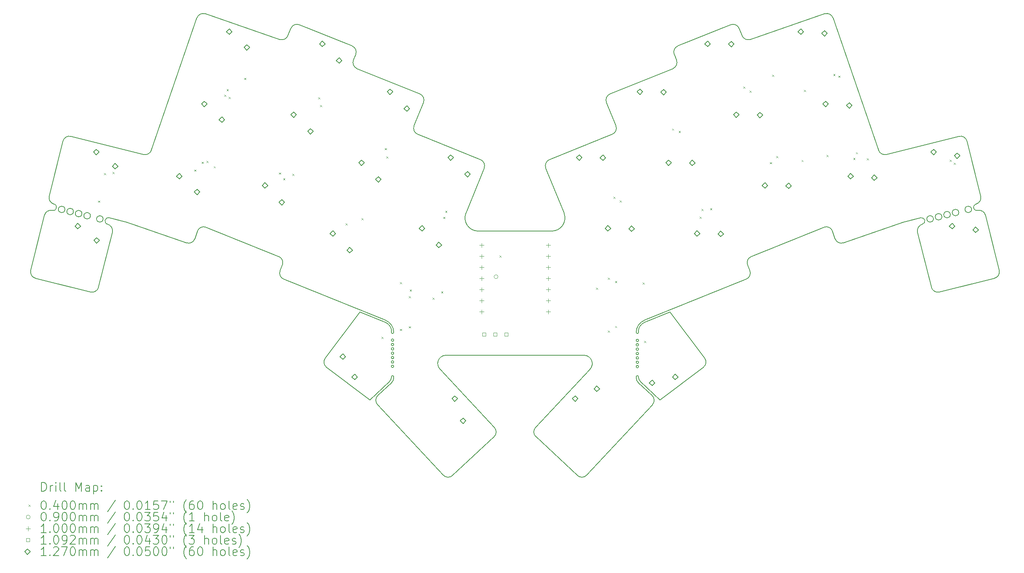
<source format=gbr>
%TF.GenerationSoftware,KiCad,Pcbnew,9.0.1-1.fc42*%
%TF.CreationDate,2025-04-18T11:25:56+10:00*%
%TF.ProjectId,iiwi,69697769-2e6b-4696-9361-645f70636258,0.1*%
%TF.SameCoordinates,Original*%
%TF.FileFunction,Drillmap*%
%TF.FilePolarity,Positive*%
%FSLAX45Y45*%
G04 Gerber Fmt 4.5, Leading zero omitted, Abs format (unit mm)*
G04 Created by KiCad (PCBNEW 9.0.1-1.fc42) date 2025-04-18 11:25:56*
%MOMM*%
%LPD*%
G01*
G04 APERTURE LIST*
%ADD10C,0.150000*%
%ADD11C,0.200000*%
%ADD12C,0.100000*%
%ADD13C,0.109220*%
%ADD14C,0.127000*%
G04 APERTURE END LIST*
D10*
X17705682Y-17992971D02*
G75*
G02*
X17698281Y-17780970I102298J109701D01*
G01*
X20056642Y-16087028D02*
G75*
G02*
X19999260Y-16087028I-28691J0D01*
G01*
X19999260Y-16087028D02*
G75*
G02*
X20056642Y-16087028I28691J0D01*
G01*
X18817740Y-16127465D02*
X15637689Y-16126665D01*
X19321151Y-10337507D02*
X19536550Y-10870638D01*
X16105880Y-12869918D02*
X16521260Y-11841815D01*
X24494941Y-13284295D02*
X24554996Y-13458707D01*
X19404038Y-10142239D02*
X20841173Y-9561599D01*
X26939395Y-14677393D02*
X28200779Y-14362894D01*
X14402451Y-16618545D02*
G75*
G02*
X14354748Y-16728245I-150001J5D01*
G01*
X16756624Y-17780968D02*
G75*
G02*
X16749223Y-17992974I-109704J-102302D01*
G01*
X27676331Y-12785355D02*
G75*
G02*
X27526332Y-12785355I-75000J0D01*
G01*
X27526332Y-12785355D02*
G75*
G02*
X27676331Y-12785355I75000J0D01*
G01*
X6928401Y-12786034D02*
G75*
G02*
X6778402Y-12786034I-75000J0D01*
G01*
X6778402Y-12786034D02*
G75*
G02*
X6928401Y-12786034I75000J0D01*
G01*
X16384035Y-13282299D02*
G75*
G02*
X16105876Y-12869916I-5J299999D01*
G01*
X10157979Y-13194053D02*
X11820767Y-13865863D01*
X12915279Y-16402598D02*
G75*
G02*
X12885753Y-16192527I90271J119798D01*
G01*
X24745659Y-13551699D02*
X26116661Y-13079625D01*
X18868444Y-18872165D02*
X20372660Y-17259091D01*
X19536550Y-10870638D02*
G75*
G02*
X19453665Y-11065909I-139080J-56192D01*
G01*
X22602757Y-14188619D02*
X22551249Y-14061131D01*
X20549651Y-17147529D02*
X20100151Y-16728248D01*
X20050151Y-16753248D02*
G75*
G02*
X20002450Y-16643545I102309J109708D01*
G01*
X13679751Y-15139129D02*
X14264833Y-15375189D01*
X14454141Y-16080129D02*
G75*
G02*
X14396760Y-16080129I-28691J0D01*
G01*
X14396760Y-16080129D02*
G75*
G02*
X14454141Y-16080129I28691J0D01*
G01*
X20872551Y-9238842D02*
X20924060Y-9366330D01*
X20100151Y-16728248D02*
G75*
G02*
X20052450Y-16618545I102309J109708D01*
G01*
X15798461Y-18879568D02*
G75*
G02*
X15586457Y-18872166I-102301J109708D01*
G01*
X13613729Y-9561598D02*
G75*
G02*
X13530841Y-9366329I56191J139078D01*
G01*
X28310035Y-14181062D02*
G75*
G02*
X28200779Y-14362895I-145545J-36288D01*
G01*
X26803065Y-13003085D02*
G75*
G02*
X26653065Y-13003085I-75000J0D01*
G01*
X26653065Y-13003085D02*
G75*
G02*
X26803065Y-13003085I75000J0D01*
G01*
X6459365Y-12919678D02*
X6144867Y-14181062D01*
X6677486Y-12664877D02*
G75*
G02*
X6641197Y-12810424I-18146J-72773D01*
G01*
X11935032Y-14383888D02*
G75*
G02*
X11852143Y-14188619I56188J139078D01*
G01*
X21568459Y-16192184D02*
G75*
G02*
X21538938Y-16402255I-119789J-90276D01*
G01*
X16438373Y-11646547D02*
G75*
G02*
X16521254Y-11841813I-56194J-139073D01*
G01*
X14082242Y-17259091D02*
G75*
G02*
X14089644Y-17047087I109698J102301D01*
G01*
X20056642Y-16387029D02*
G75*
G02*
X19999261Y-16387029I-28691J0D01*
G01*
X19999261Y-16387029D02*
G75*
G02*
X20056642Y-16387029I28691J0D01*
G01*
X9949803Y-8399309D02*
G75*
G02*
X10140467Y-8306315I141827J-48831D01*
G01*
X18349022Y-12869917D02*
G75*
G02*
X18070867Y-13282298I-278152J-112383D01*
G01*
X14452451Y-16643544D02*
G75*
G02*
X14404748Y-16753246I-150001J4D01*
G01*
X26443063Y-13306752D02*
X26757562Y-14568137D01*
X6882729Y-11221660D02*
G75*
G02*
X7064560Y-11112409I145541J-36290D01*
G01*
X21568459Y-16192184D02*
X20774751Y-15139529D01*
X20365257Y-17047089D02*
X20050151Y-16753248D01*
X15001239Y-11065907D02*
G75*
G02*
X14918353Y-10870639I56191J139077D01*
G01*
X8906103Y-11430433D02*
G75*
G02*
X8727988Y-11527138I-141823J48833D01*
G01*
X17705682Y-17992971D02*
X18656442Y-18879568D01*
X26116661Y-13079625D02*
X26116446Y-13079003D01*
X20053051Y-15603359D02*
G75*
G02*
X20002449Y-15603344I-25301J9D01*
G01*
X27886672Y-12483044D02*
X27572173Y-11221660D01*
X6459365Y-12919678D02*
G75*
G02*
X6641197Y-12810424I145545J-36292D01*
G01*
X24505099Y-8399309D02*
X25548799Y-11430433D01*
X20002451Y-16643545D02*
X20002351Y-16618461D01*
X9899906Y-13458707D02*
G75*
G02*
X9709244Y-13551696I-141826J48837D01*
G01*
X14264833Y-15325188D02*
G75*
G02*
X14452447Y-15603344I-112383J-278152D01*
G01*
X20056641Y-15787029D02*
G75*
G02*
X19999261Y-15787029I-28690J0D01*
G01*
X19999261Y-15787029D02*
G75*
G02*
X20056641Y-15787029I28690J0D01*
G01*
X20924060Y-9366330D02*
G75*
G02*
X20841173Y-9561599I-139080J-56190D01*
G01*
X20002351Y-16618461D02*
G75*
G02*
X20052449Y-16618545I25049J-39D01*
G01*
X14402451Y-16618545D02*
G75*
G02*
X14452549Y-16618629I25049J-45D01*
G01*
X14264833Y-15375189D02*
G75*
G02*
X14402447Y-15578344I-81143J-203151D01*
G01*
X20056641Y-15887029D02*
G75*
G02*
X19999260Y-15887029I-28691J0D01*
G01*
X19999260Y-15887029D02*
G75*
G02*
X20056641Y-15887029I28691J0D01*
G01*
X8338241Y-13079626D02*
X9709243Y-13551699D01*
X20872551Y-9238842D02*
G75*
G02*
X20955439Y-9043577I139069J56192D01*
G01*
X22160777Y-8556585D02*
X20955438Y-9043574D01*
X8906103Y-11430433D02*
X9949803Y-8399309D01*
X18817740Y-16127465D02*
G75*
G02*
X18941756Y-16448369I-11280J-188775D01*
G01*
X7902582Y-13124920D02*
G75*
G02*
X7938870Y-12979378I18148J72770D01*
G01*
X6254123Y-14362895D02*
G75*
G02*
X6144865Y-14181062I36287J145545D01*
G01*
X22160777Y-8556585D02*
G75*
G02*
X22356047Y-8639471I56193J-139075D01*
G01*
X20052451Y-15578344D02*
G75*
G02*
X20190068Y-15375186I218759J4D01*
G01*
X20365257Y-17047088D02*
G75*
G02*
X20372659Y-17259090I-102297J-109702D01*
G01*
X14452551Y-16618629D02*
X14452451Y-16643545D01*
X13613729Y-9561598D02*
X15050864Y-10142239D01*
X17933642Y-11841815D02*
X18349022Y-12869917D01*
X13530843Y-9366330D02*
X13582351Y-9238842D01*
X26939395Y-14677393D02*
G75*
G02*
X26757560Y-14568138I-36285J145553D01*
G01*
X24314436Y-8306316D02*
G75*
G02*
X24505095Y-8399310I48834J-141824D01*
G01*
X14454141Y-15780129D02*
G75*
G02*
X14396761Y-15780129I-28690J0D01*
G01*
X14396761Y-15780129D02*
G75*
G02*
X14454141Y-15780129I28690J0D01*
G01*
X15050864Y-10142239D02*
G75*
G02*
X15133753Y-10337508I-56194J-139081D01*
G01*
X12915279Y-16402598D02*
X13904351Y-17148429D01*
X6882728Y-11221660D02*
X6568230Y-12483044D01*
X14454141Y-16180129D02*
G75*
G02*
X14396761Y-16180129I-28690J0D01*
G01*
X14396761Y-16180129D02*
G75*
G02*
X14454141Y-16180129I28690J0D01*
G01*
X20190069Y-15375189D02*
X20774751Y-15139529D01*
X13499464Y-9043573D02*
G75*
G02*
X13582348Y-9238841I-56194J-139077D01*
G01*
X14404750Y-16753248D02*
X14089645Y-17047089D01*
X10140466Y-8306316D02*
X11843259Y-8892635D01*
X14454141Y-16380129D02*
G75*
G02*
X14396761Y-16380129I-28690J0D01*
G01*
X14396761Y-16380129D02*
G75*
G02*
X14454141Y-16380129I28690J0D01*
G01*
X26997124Y-12954700D02*
G75*
G02*
X26847124Y-12954700I-75000J0D01*
G01*
X26847124Y-12954700D02*
G75*
G02*
X26997124Y-12954700I75000J0D01*
G01*
X7064561Y-11112404D02*
X8727987Y-11527142D01*
X14402451Y-15578344D02*
X14401851Y-15603329D01*
X22611643Y-8892635D02*
G75*
G02*
X22423729Y-8806998I-48833J141835D01*
G01*
X7316520Y-12882802D02*
G75*
G02*
X7166520Y-12882802I-75000J0D01*
G01*
X7166520Y-12882802D02*
G75*
G02*
X7316520Y-12882802I75000J0D01*
G01*
X20053051Y-15603359D02*
X20052451Y-15578344D01*
X9959960Y-13284296D02*
G75*
G02*
X10157981Y-13194050I141830J-48834D01*
G01*
X11935032Y-14383888D02*
X14264833Y-15325189D01*
X7510578Y-12931187D02*
G75*
G02*
X7360579Y-12931187I-75000J0D01*
G01*
X7360579Y-12931187D02*
G75*
G02*
X7510578Y-12931187I75000J0D01*
G01*
X25726915Y-11527142D02*
X27390341Y-11112404D01*
X22634135Y-13865863D02*
X24296923Y-13194053D01*
X12098856Y-8639472D02*
X12031172Y-8806998D01*
X20056642Y-15987029D02*
G75*
G02*
X19999259Y-15987029I-28691J0D01*
G01*
X19999259Y-15987029D02*
G75*
G02*
X20056642Y-15987029I28691J0D01*
G01*
X13499464Y-9043573D02*
X12294125Y-8556585D01*
X22423730Y-8806998D02*
X22356045Y-8639472D01*
X15001239Y-11065907D02*
X16438373Y-11646547D01*
X20190069Y-15325189D02*
X22519870Y-14383888D01*
X12098856Y-8639472D02*
G75*
G02*
X12294124Y-8556589I139074J-56189D01*
G01*
X14918351Y-10870638D02*
X15133751Y-10337507D01*
X11903653Y-14061132D02*
X11852145Y-14188619D01*
X7902582Y-13124920D02*
G75*
G02*
X8011830Y-13306751I-36292J-145540D01*
G01*
X7938871Y-12979375D02*
X8338455Y-13079003D01*
X14454141Y-16280129D02*
G75*
G02*
X14396761Y-16280129I-28690J0D01*
G01*
X14396761Y-16280129D02*
G75*
G02*
X14454141Y-16280129I28690J0D01*
G01*
X22611643Y-8892635D02*
X24314436Y-8306316D01*
X26443064Y-13306753D02*
G75*
G02*
X26552319Y-13124918I145556J36283D01*
G01*
X12031172Y-8806998D02*
G75*
G02*
X11843257Y-8892641I-139082J56188D01*
G01*
X14082242Y-17259091D02*
X15586458Y-18872165D01*
X14454141Y-15880129D02*
G75*
G02*
X14396761Y-15880129I-28690J0D01*
G01*
X14396761Y-15880129D02*
G75*
G02*
X14454141Y-15880129I28690J0D01*
G01*
X9899906Y-13458707D02*
X9959960Y-13284295D01*
X7697340Y-14568137D02*
G75*
G02*
X7515508Y-14677389I-145540J36287D01*
G01*
X26116446Y-13079003D02*
X26515862Y-12978697D01*
X7801667Y-13003763D02*
G75*
G02*
X7651668Y-13003763I-74999J0D01*
G01*
X7651668Y-13003763D02*
G75*
G02*
X7801667Y-13003763I74999J0D01*
G01*
X19321151Y-10337507D02*
G75*
G02*
X19404040Y-10142243I139079J56187D01*
G01*
X27813704Y-12810422D02*
G75*
G02*
X27995537Y-12919678I36286J-145548D01*
G01*
X20002451Y-15603344D02*
G75*
G02*
X20190068Y-15325186I299999J4D01*
G01*
X14354751Y-16728248D02*
X13904351Y-17148429D01*
X7697340Y-14568137D02*
X8011838Y-13306753D01*
X22602757Y-14188619D02*
G75*
G02*
X22519870Y-14383887I-139077J-56191D01*
G01*
X20549651Y-17147529D02*
X21538935Y-16402251D01*
X14452451Y-15603344D02*
G75*
G02*
X14401849Y-15603329I-25301J14D01*
G01*
X7122460Y-12834418D02*
G75*
G02*
X6972461Y-12834418I-75000J0D01*
G01*
X6972461Y-12834418D02*
G75*
G02*
X7122460Y-12834418I75000J0D01*
G01*
X25726915Y-11527142D02*
G75*
G02*
X25548798Y-11430434I-36285J145552D01*
G01*
X27886672Y-12483045D02*
G75*
G02*
X27777416Y-12664879I-145552J-36285D01*
G01*
X14454141Y-15980129D02*
G75*
G02*
X14396760Y-15980129I-28691J0D01*
G01*
X14396760Y-15980129D02*
G75*
G02*
X14454141Y-15980129I28691J0D01*
G01*
X6254123Y-14362895D02*
X7515508Y-14677393D01*
X11820767Y-13865863D02*
G75*
G02*
X11903655Y-14061132I-56187J-139077D01*
G01*
X24296923Y-13194053D02*
G75*
G02*
X24494942Y-13284295I56187J-139087D01*
G01*
X22551249Y-14061131D02*
G75*
G02*
X22634136Y-13865866I139071J56192D01*
G01*
X18941749Y-16448362D02*
X17698278Y-17780967D01*
X20056642Y-16187029D02*
G75*
G02*
X19999261Y-16187029I-28691J0D01*
G01*
X19999261Y-16187029D02*
G75*
G02*
X20056642Y-16187029I28691J0D01*
G01*
X17933642Y-11841815D02*
G75*
G02*
X18016526Y-11646541I139078J56195D01*
G01*
X27191183Y-12906316D02*
G75*
G02*
X27041185Y-12906316I-74999J0D01*
G01*
X27041185Y-12906316D02*
G75*
G02*
X27191183Y-12906316I74999J0D01*
G01*
X27385243Y-12857931D02*
G75*
G02*
X27235242Y-12857931I-75000J0D01*
G01*
X27235242Y-12857931D02*
G75*
G02*
X27385243Y-12857931I75000J0D01*
G01*
X20056641Y-16287029D02*
G75*
G02*
X19999261Y-16287029I-28690J0D01*
G01*
X19999261Y-16287029D02*
G75*
G02*
X20056641Y-16287029I28690J0D01*
G01*
X24745659Y-13551700D02*
G75*
G02*
X24554996Y-13458707I-48839J141820D01*
G01*
X28310035Y-14181062D02*
X27995537Y-12919678D01*
X18868445Y-18872165D02*
G75*
G02*
X18656440Y-18879570I-109705J102295D01*
G01*
X15513679Y-16447562D02*
G75*
G02*
X15637689Y-16126674I135291J132123D01*
G01*
X18070867Y-13282300D02*
X16384035Y-13282299D01*
X26515862Y-12978697D02*
G75*
G02*
X26552151Y-13124245I18148J-72773D01*
G01*
X13679751Y-15139129D02*
X12885756Y-16192530D01*
X6677486Y-12664877D02*
G75*
G02*
X6568224Y-12483043I36284J145547D01*
G01*
X15798460Y-18879568D02*
X16749220Y-17992970D01*
X16756623Y-17780967D02*
X15513679Y-16447562D01*
X27813704Y-12810422D02*
G75*
G02*
X27777416Y-12664878I-18144J72772D01*
G01*
X8338455Y-13079003D02*
X8338241Y-13079626D01*
X27390341Y-11112404D02*
G75*
G02*
X27572169Y-11221661I36289J-145536D01*
G01*
X18016528Y-11646547D02*
X19453664Y-11065907D01*
D11*
D12*
X7685202Y-12585683D02*
X7725202Y-12625683D01*
X7725202Y-12585683D02*
X7685202Y-12625683D01*
X7819527Y-11954515D02*
X7859527Y-11994515D01*
X7859527Y-11954515D02*
X7819527Y-11994515D01*
X8014056Y-11925888D02*
X8054056Y-11965888D01*
X8054056Y-11925888D02*
X8014056Y-11965888D01*
X9889713Y-11874345D02*
X9929713Y-11914345D01*
X9929713Y-11874345D02*
X9889713Y-11914345D01*
X10055376Y-11694799D02*
X10095376Y-11734799D01*
X10095376Y-11694799D02*
X10055376Y-11734799D01*
X10169543Y-11676253D02*
X10209543Y-11716253D01*
X10209543Y-11676253D02*
X10169543Y-11716253D01*
X10332489Y-11798021D02*
X10372489Y-11838021D01*
X10372489Y-11798021D02*
X10332489Y-11838021D01*
X10572028Y-10157111D02*
X10612028Y-10197111D01*
X10612028Y-10157111D02*
X10572028Y-10197111D01*
X10627977Y-10031544D02*
X10667977Y-10071544D01*
X10667977Y-10031544D02*
X10627977Y-10071544D01*
X10676708Y-10207885D02*
X10716708Y-10247885D01*
X10716708Y-10207885D02*
X10676708Y-10247885D01*
X11029449Y-9773903D02*
X11069449Y-9813903D01*
X11069449Y-9773903D02*
X11029449Y-9813903D01*
X11828735Y-11940059D02*
X11868735Y-11980059D01*
X11868735Y-11940059D02*
X11828735Y-11980059D01*
X11923172Y-12074632D02*
X11963172Y-12114632D01*
X11963172Y-12074632D02*
X11923172Y-12114632D01*
X12128536Y-11968432D02*
X12168536Y-12008432D01*
X12168536Y-11968432D02*
X12128536Y-12008432D01*
X12725097Y-10220844D02*
X12765097Y-10260844D01*
X12765097Y-10220844D02*
X12725097Y-10260844D01*
X12765334Y-10397606D02*
X12805334Y-10437606D01*
X12805334Y-10397606D02*
X12765334Y-10437606D01*
X13349367Y-13107071D02*
X13389367Y-13147071D01*
X13389367Y-13107071D02*
X13349367Y-13147071D01*
X13711697Y-12988326D02*
X13751697Y-13028326D01*
X13751697Y-12988326D02*
X13711697Y-13028326D01*
X14172050Y-15703123D02*
X14212050Y-15743123D01*
X14212050Y-15703123D02*
X14172050Y-15743123D01*
X14250645Y-11382089D02*
X14290645Y-11422089D01*
X14290645Y-11382089D02*
X14250645Y-11422089D01*
X14282199Y-11574880D02*
X14322199Y-11614880D01*
X14322199Y-11574880D02*
X14282199Y-11614880D01*
X14595679Y-15522197D02*
X14635679Y-15562197D01*
X14635679Y-15522197D02*
X14595679Y-15562197D01*
X14595679Y-14453123D02*
X14635679Y-14493123D01*
X14635679Y-14453123D02*
X14595679Y-14493123D01*
X14798633Y-14772280D02*
X14838633Y-14812280D01*
X14838633Y-14772280D02*
X14798633Y-14812280D01*
X14798633Y-15464235D02*
X14838633Y-15504235D01*
X14838633Y-15464235D02*
X14798633Y-15504235D01*
X14819587Y-14621784D02*
X14859587Y-14661784D01*
X14859587Y-14621784D02*
X14819587Y-14661784D01*
X15341599Y-14806741D02*
X15381599Y-14846741D01*
X15381599Y-14806741D02*
X15341599Y-14846741D01*
X15540295Y-14661738D02*
X15580295Y-14701738D01*
X15580295Y-14661738D02*
X15540295Y-14701738D01*
X15586624Y-12957032D02*
X15626624Y-12997032D01*
X15626624Y-12957032D02*
X15586624Y-12997032D01*
X15631527Y-12818786D02*
X15671527Y-12858786D01*
X15671527Y-12818786D02*
X15631527Y-12858786D01*
X16874462Y-13840280D02*
X16914462Y-13880280D01*
X16914462Y-13840280D02*
X16874462Y-13880280D01*
X19079459Y-14577532D02*
X19119459Y-14617532D01*
X19119459Y-14577532D02*
X19079459Y-14617532D01*
X19354459Y-15561033D02*
X19394459Y-15601033D01*
X19394459Y-15561033D02*
X19354459Y-15601033D01*
X19354459Y-14349798D02*
X19394459Y-14389798D01*
X19394459Y-14349798D02*
X19354459Y-14389798D01*
X19482976Y-12496411D02*
X19522976Y-12536411D01*
X19522976Y-12496411D02*
X19482976Y-12536411D01*
X19519459Y-14427918D02*
X19559459Y-14467918D01*
X19559459Y-14427918D02*
X19519459Y-14467918D01*
X19519459Y-15454188D02*
X19559459Y-15494188D01*
X19559459Y-15454188D02*
X19519459Y-15494188D01*
X19622324Y-12580637D02*
X19662324Y-12620637D01*
X19662324Y-12580637D02*
X19622324Y-12620637D01*
X20148629Y-14462702D02*
X20188629Y-14502702D01*
X20188629Y-14462702D02*
X20148629Y-14502702D01*
X20183029Y-15799759D02*
X20223029Y-15839759D01*
X20223029Y-15799759D02*
X20183029Y-15839759D01*
X20821257Y-10934175D02*
X20861257Y-10974175D01*
X20861257Y-10934175D02*
X20821257Y-10974175D01*
X20975442Y-10988872D02*
X21015442Y-11028872D01*
X21015442Y-10988872D02*
X20975442Y-11028872D01*
X21454859Y-12954765D02*
X21494859Y-12994765D01*
X21494859Y-12954765D02*
X21454859Y-12994765D01*
X21493735Y-12777493D02*
X21533735Y-12817493D01*
X21533735Y-12777493D02*
X21493735Y-12817493D01*
X21694518Y-12759249D02*
X21734518Y-12799249D01*
X21734518Y-12759249D02*
X21694518Y-12799249D01*
X22450383Y-9971982D02*
X22490383Y-10011982D01*
X22490383Y-9971982D02*
X22450383Y-10011982D01*
X22599165Y-10068570D02*
X22639165Y-10108570D01*
X22639165Y-10068570D02*
X22599165Y-10108570D01*
X23059427Y-11703844D02*
X23099427Y-11743844D01*
X23099427Y-11703844D02*
X23059427Y-11743844D01*
X23113529Y-9704053D02*
X23153529Y-9744053D01*
X23153529Y-9704053D02*
X23113529Y-9744053D01*
X23204834Y-11566901D02*
X23244834Y-11606901D01*
X23244834Y-11566901D02*
X23204834Y-11606901D01*
X23784838Y-11652733D02*
X23824838Y-11692733D01*
X23824838Y-11652733D02*
X23784838Y-11692733D01*
X23842560Y-10048332D02*
X23882560Y-10088332D01*
X23882560Y-10048332D02*
X23842560Y-10088332D01*
X24355943Y-11539307D02*
X24395943Y-11579307D01*
X24395943Y-11539307D02*
X24355943Y-11579307D01*
X24513187Y-9687381D02*
X24553187Y-9727381D01*
X24553187Y-9687381D02*
X24513187Y-9727381D01*
X24630402Y-9722335D02*
X24670402Y-9762335D01*
X24670402Y-9722335D02*
X24630402Y-9762335D01*
X24970789Y-11604963D02*
X25010789Y-11644963D01*
X25010789Y-11604963D02*
X24970789Y-11644963D01*
X25030509Y-11474468D02*
X25070509Y-11514468D01*
X25070509Y-11474468D02*
X25030509Y-11514468D01*
X25279675Y-11615893D02*
X25319675Y-11655893D01*
X25319675Y-11615893D02*
X25279675Y-11655893D01*
X27174771Y-11649343D02*
X27214771Y-11689343D01*
X27214771Y-11649343D02*
X27174771Y-11689343D01*
X27269937Y-11715066D02*
X27309937Y-11755066D01*
X27309937Y-11715066D02*
X27269937Y-11755066D01*
X16838166Y-14327691D02*
G75*
G02*
X16748166Y-14327691I-45000J0D01*
G01*
X16748166Y-14327691D02*
G75*
G02*
X16838166Y-14327691I45000J0D01*
G01*
X16465265Y-15081795D02*
X16465265Y-15181795D01*
X16415265Y-15131795D02*
X16515265Y-15131795D01*
X16465265Y-13811797D02*
X16465265Y-13911797D01*
X16415265Y-13861797D02*
X16515265Y-13861797D01*
X16465266Y-14065798D02*
X16465266Y-14165798D01*
X16415266Y-14115798D02*
X16515266Y-14115798D01*
X16465267Y-14827796D02*
X16465267Y-14927796D01*
X16415267Y-14877796D02*
X16515267Y-14877796D01*
X16465267Y-14319796D02*
X16465267Y-14419796D01*
X16415267Y-14369796D02*
X16515267Y-14369796D01*
X16465268Y-14573796D02*
X16465268Y-14673796D01*
X16415268Y-14623796D02*
X16515268Y-14623796D01*
X16465269Y-13557795D02*
X16465269Y-13657795D01*
X16415269Y-13607795D02*
X16515269Y-13607795D01*
X17989265Y-15081799D02*
X17989265Y-15181799D01*
X17939265Y-15131799D02*
X18039265Y-15131799D01*
X17989265Y-14065798D02*
X17989265Y-14165798D01*
X17939265Y-14115798D02*
X18039265Y-14115798D01*
X17989266Y-14319798D02*
X17989266Y-14419798D01*
X17939266Y-14369798D02*
X18039266Y-14369798D01*
X17989266Y-13811797D02*
X17989266Y-13911797D01*
X17939266Y-13861797D02*
X18039266Y-13861797D01*
X17989267Y-14573796D02*
X17989267Y-14673796D01*
X17939267Y-14623796D02*
X18039267Y-14623796D01*
X17989268Y-14827797D02*
X17989268Y-14927797D01*
X17939268Y-14877797D02*
X18039268Y-14877797D01*
X17989269Y-13557799D02*
X17989269Y-13657799D01*
X17939269Y-13607799D02*
X18039269Y-13607799D01*
D13*
X16557230Y-15684047D02*
X16557230Y-15606816D01*
X16479999Y-15606816D01*
X16479999Y-15684047D01*
X16557230Y-15684047D01*
X16811230Y-15684047D02*
X16811230Y-15606816D01*
X16733999Y-15606816D01*
X16733999Y-15684047D01*
X16811230Y-15684047D01*
X17065729Y-15684047D02*
X17065729Y-15606816D01*
X16988498Y-15606816D01*
X16988498Y-15684047D01*
X17065729Y-15684047D01*
D14*
X7221086Y-13234933D02*
X7284586Y-13171433D01*
X7221086Y-13107933D01*
X7157586Y-13171433D01*
X7221086Y-13234933D01*
X7644452Y-11536919D02*
X7707952Y-11473419D01*
X7644452Y-11409919D01*
X7580952Y-11473419D01*
X7644452Y-11536919D01*
X7655431Y-13559656D02*
X7718931Y-13496156D01*
X7655431Y-13432656D01*
X7591931Y-13496156D01*
X7655431Y-13559656D01*
X8078794Y-11861636D02*
X8142294Y-11798136D01*
X8078794Y-11734636D01*
X8015294Y-11798136D01*
X8078794Y-11861636D01*
X9547195Y-12089310D02*
X9610695Y-12025810D01*
X9547195Y-11962310D01*
X9483695Y-12025810D01*
X9547195Y-12089310D01*
X9951584Y-12450647D02*
X10015084Y-12387147D01*
X9951584Y-12323647D01*
X9888084Y-12387147D01*
X9951584Y-12450647D01*
X10116941Y-10434650D02*
X10180441Y-10371150D01*
X10116941Y-10307650D01*
X10053441Y-10371150D01*
X10116941Y-10434650D01*
X10521330Y-10795987D02*
X10584830Y-10732487D01*
X10521330Y-10668987D01*
X10457830Y-10732487D01*
X10521330Y-10795987D01*
X10686686Y-8779994D02*
X10750186Y-8716494D01*
X10686686Y-8652994D01*
X10623186Y-8716494D01*
X10686686Y-8779994D01*
X11091074Y-9141331D02*
X11154574Y-9077831D01*
X11091074Y-9014331D01*
X11027574Y-9077831D01*
X11091074Y-9141331D01*
X11507001Y-12303435D02*
X11570501Y-12239935D01*
X11507001Y-12176435D01*
X11443501Y-12239935D01*
X11507001Y-12303435D01*
X11891925Y-12685441D02*
X11955425Y-12621941D01*
X11891925Y-12558441D01*
X11828425Y-12621941D01*
X11891925Y-12685441D01*
X12162567Y-10680858D02*
X12226067Y-10617358D01*
X12162567Y-10553858D01*
X12099067Y-10617358D01*
X12162567Y-10680858D01*
X12547491Y-11062864D02*
X12610991Y-10999364D01*
X12547491Y-10935864D01*
X12483991Y-10999364D01*
X12547491Y-11062864D01*
X12818129Y-9058289D02*
X12881629Y-8994789D01*
X12818129Y-8931289D01*
X12754629Y-8994789D01*
X12818129Y-9058289D01*
X13058405Y-13402100D02*
X13121905Y-13338600D01*
X13058405Y-13275100D01*
X12994905Y-13338600D01*
X13058405Y-13402100D01*
X13203053Y-9440295D02*
X13266553Y-9376795D01*
X13203053Y-9313295D01*
X13139553Y-9376795D01*
X13203053Y-9440295D01*
X13287406Y-16220656D02*
X13350906Y-16157156D01*
X13287406Y-16093656D01*
X13223906Y-16157156D01*
X13287406Y-16220656D01*
X13443329Y-13784106D02*
X13506829Y-13720606D01*
X13443329Y-13657106D01*
X13379829Y-13720606D01*
X13443329Y-13784106D01*
X13560343Y-16689277D02*
X13623843Y-16625777D01*
X13560343Y-16562277D01*
X13496843Y-16625777D01*
X13560343Y-16689277D01*
X13713963Y-11779526D02*
X13777463Y-11716026D01*
X13713963Y-11652526D01*
X13650463Y-11716026D01*
X13713963Y-11779526D01*
X14098887Y-12161532D02*
X14162387Y-12098032D01*
X14098887Y-12034532D01*
X14035387Y-12098032D01*
X14098887Y-12161532D01*
X14369529Y-10156952D02*
X14433029Y-10093452D01*
X14369529Y-10029952D01*
X14306029Y-10093452D01*
X14369529Y-10156952D01*
X14754453Y-10538958D02*
X14817953Y-10475458D01*
X14754453Y-10411958D01*
X14690953Y-10475458D01*
X14754453Y-10538958D01*
X15101476Y-13283836D02*
X15164976Y-13220336D01*
X15101476Y-13156836D01*
X15037976Y-13220336D01*
X15101476Y-13283836D01*
X15486400Y-13665843D02*
X15549900Y-13602343D01*
X15486400Y-13538843D01*
X15422900Y-13602343D01*
X15486400Y-13665843D01*
X15757038Y-11661264D02*
X15820538Y-11597764D01*
X15757038Y-11534264D01*
X15693538Y-11597764D01*
X15757038Y-11661264D01*
X15850930Y-17181155D02*
X15914430Y-17117655D01*
X15850930Y-17054155D01*
X15787430Y-17117655D01*
X15850930Y-17181155D01*
X16038347Y-17690045D02*
X16101847Y-17626545D01*
X16038347Y-17563045D01*
X15974847Y-17626545D01*
X16038347Y-17690045D01*
X16141962Y-12043270D02*
X16205462Y-11979770D01*
X16141962Y-11916270D01*
X16078462Y-11979770D01*
X16141962Y-12043270D01*
X18603975Y-17181151D02*
X18667475Y-17117651D01*
X18603975Y-17054151D01*
X18540475Y-17117651D01*
X18603975Y-17181151D01*
X18697526Y-11661054D02*
X18761026Y-11597554D01*
X18697526Y-11534054D01*
X18634026Y-11597554D01*
X18697526Y-11661054D01*
X19098552Y-16958692D02*
X19162052Y-16895192D01*
X19098552Y-16831692D01*
X19035052Y-16895192D01*
X19098552Y-16958692D01*
X19239781Y-11668457D02*
X19303281Y-11604957D01*
X19239781Y-11541457D01*
X19176281Y-11604957D01*
X19239781Y-11668457D01*
X19353432Y-13283832D02*
X19416932Y-13220332D01*
X19353432Y-13156832D01*
X19289932Y-13220332D01*
X19353432Y-13283832D01*
X19895687Y-13291235D02*
X19959187Y-13227735D01*
X19895687Y-13164235D01*
X19832187Y-13227735D01*
X19895687Y-13291235D01*
X20086020Y-10157366D02*
X20149520Y-10093866D01*
X20086020Y-10030366D01*
X20022520Y-10093866D01*
X20086020Y-10157366D01*
X20367742Y-16822412D02*
X20431242Y-16758911D01*
X20367742Y-16695411D01*
X20304242Y-16758911D01*
X20367742Y-16822412D01*
X20628275Y-10164769D02*
X20691775Y-10101269D01*
X20628275Y-10037769D01*
X20564775Y-10101269D01*
X20628275Y-10164769D01*
X20740942Y-11779524D02*
X20804442Y-11716024D01*
X20740942Y-11652524D01*
X20677442Y-11716024D01*
X20740942Y-11779524D01*
X20893441Y-16689218D02*
X20956941Y-16625718D01*
X20893441Y-16562218D01*
X20829941Y-16625718D01*
X20893441Y-16689218D01*
X21283197Y-11786927D02*
X21346697Y-11723427D01*
X21283197Y-11659927D01*
X21219697Y-11723427D01*
X21283197Y-11786927D01*
X21396500Y-13402095D02*
X21460000Y-13338595D01*
X21396500Y-13275095D01*
X21333000Y-13338595D01*
X21396500Y-13402095D01*
X21636618Y-9058026D02*
X21700118Y-8994526D01*
X21636618Y-8931026D01*
X21573118Y-8994526D01*
X21636618Y-9058026D01*
X21938755Y-13409499D02*
X22002255Y-13345999D01*
X21938755Y-13282499D01*
X21875255Y-13345999D01*
X21938755Y-13409499D01*
X22178873Y-9065429D02*
X22242373Y-9001929D01*
X22178873Y-8938429D01*
X22115373Y-9001929D01*
X22178873Y-9065429D01*
X22292338Y-10680857D02*
X22355838Y-10617357D01*
X22292338Y-10553857D01*
X22228838Y-10617357D01*
X22292338Y-10680857D01*
X22834592Y-10688260D02*
X22898092Y-10624760D01*
X22834592Y-10561260D01*
X22771092Y-10624760D01*
X22834592Y-10688260D01*
X22947897Y-12303433D02*
X23011397Y-12239933D01*
X22947897Y-12176433D01*
X22884397Y-12239933D01*
X22947897Y-12303433D01*
X23490152Y-12310836D02*
X23553652Y-12247336D01*
X23490152Y-12183836D01*
X23426652Y-12247336D01*
X23490152Y-12310836D01*
X23769041Y-8780681D02*
X23832541Y-8717181D01*
X23769041Y-8653681D01*
X23705541Y-8717181D01*
X23769041Y-8780681D01*
X24310166Y-8816452D02*
X24373666Y-8752952D01*
X24310166Y-8689452D01*
X24246666Y-8752952D01*
X24310166Y-8816452D01*
X24337295Y-10434030D02*
X24400795Y-10370530D01*
X24337295Y-10307030D01*
X24273795Y-10370530D01*
X24337295Y-10434030D01*
X24878420Y-10469801D02*
X24941920Y-10406301D01*
X24878420Y-10342801D01*
X24814920Y-10406301D01*
X24878420Y-10469801D01*
X24907709Y-12089310D02*
X24971209Y-12025810D01*
X24907709Y-11962310D01*
X24844209Y-12025810D01*
X24907709Y-12089310D01*
X25448833Y-12125082D02*
X25512333Y-12061582D01*
X25448833Y-11998082D01*
X25385333Y-12061582D01*
X25448833Y-12125082D01*
X26810452Y-11536915D02*
X26873952Y-11473415D01*
X26810452Y-11409915D01*
X26746952Y-11473415D01*
X26810452Y-11536915D01*
X27233816Y-13234933D02*
X27297316Y-13171433D01*
X27233816Y-13107933D01*
X27170316Y-13171433D01*
X27233816Y-13234933D01*
X27346403Y-11619717D02*
X27409903Y-11556217D01*
X27346403Y-11492717D01*
X27282903Y-11556217D01*
X27346403Y-11619717D01*
X27769767Y-13317734D02*
X27833267Y-13254234D01*
X27769767Y-13190734D01*
X27706267Y-13254234D01*
X27769767Y-13317734D01*
D11*
X6393687Y-19238852D02*
X6393687Y-19038852D01*
X6393687Y-19038852D02*
X6441306Y-19038852D01*
X6441306Y-19038852D02*
X6469877Y-19048375D01*
X6469877Y-19048375D02*
X6488925Y-19067423D01*
X6488925Y-19067423D02*
X6498449Y-19086471D01*
X6498449Y-19086471D02*
X6507972Y-19124566D01*
X6507972Y-19124566D02*
X6507972Y-19153137D01*
X6507972Y-19153137D02*
X6498449Y-19191233D01*
X6498449Y-19191233D02*
X6488925Y-19210280D01*
X6488925Y-19210280D02*
X6469877Y-19229328D01*
X6469877Y-19229328D02*
X6441306Y-19238852D01*
X6441306Y-19238852D02*
X6393687Y-19238852D01*
X6593687Y-19238852D02*
X6593687Y-19105518D01*
X6593687Y-19143614D02*
X6603210Y-19124566D01*
X6603210Y-19124566D02*
X6612734Y-19115042D01*
X6612734Y-19115042D02*
X6631782Y-19105518D01*
X6631782Y-19105518D02*
X6650830Y-19105518D01*
X6717496Y-19238852D02*
X6717496Y-19105518D01*
X6717496Y-19038852D02*
X6707972Y-19048375D01*
X6707972Y-19048375D02*
X6717496Y-19057899D01*
X6717496Y-19057899D02*
X6727020Y-19048375D01*
X6727020Y-19048375D02*
X6717496Y-19038852D01*
X6717496Y-19038852D02*
X6717496Y-19057899D01*
X6841306Y-19238852D02*
X6822258Y-19229328D01*
X6822258Y-19229328D02*
X6812734Y-19210280D01*
X6812734Y-19210280D02*
X6812734Y-19038852D01*
X6946068Y-19238852D02*
X6927020Y-19229328D01*
X6927020Y-19229328D02*
X6917496Y-19210280D01*
X6917496Y-19210280D02*
X6917496Y-19038852D01*
X7174639Y-19238852D02*
X7174639Y-19038852D01*
X7174639Y-19038852D02*
X7241306Y-19181709D01*
X7241306Y-19181709D02*
X7307972Y-19038852D01*
X7307972Y-19038852D02*
X7307972Y-19238852D01*
X7488925Y-19238852D02*
X7488925Y-19134090D01*
X7488925Y-19134090D02*
X7479401Y-19115042D01*
X7479401Y-19115042D02*
X7460353Y-19105518D01*
X7460353Y-19105518D02*
X7422258Y-19105518D01*
X7422258Y-19105518D02*
X7403210Y-19115042D01*
X7488925Y-19229328D02*
X7469877Y-19238852D01*
X7469877Y-19238852D02*
X7422258Y-19238852D01*
X7422258Y-19238852D02*
X7403210Y-19229328D01*
X7403210Y-19229328D02*
X7393687Y-19210280D01*
X7393687Y-19210280D02*
X7393687Y-19191233D01*
X7393687Y-19191233D02*
X7403210Y-19172185D01*
X7403210Y-19172185D02*
X7422258Y-19162661D01*
X7422258Y-19162661D02*
X7469877Y-19162661D01*
X7469877Y-19162661D02*
X7488925Y-19153137D01*
X7584163Y-19105518D02*
X7584163Y-19305518D01*
X7584163Y-19115042D02*
X7603210Y-19105518D01*
X7603210Y-19105518D02*
X7641306Y-19105518D01*
X7641306Y-19105518D02*
X7660353Y-19115042D01*
X7660353Y-19115042D02*
X7669877Y-19124566D01*
X7669877Y-19124566D02*
X7679401Y-19143614D01*
X7679401Y-19143614D02*
X7679401Y-19200756D01*
X7679401Y-19200756D02*
X7669877Y-19219804D01*
X7669877Y-19219804D02*
X7660353Y-19229328D01*
X7660353Y-19229328D02*
X7641306Y-19238852D01*
X7641306Y-19238852D02*
X7603210Y-19238852D01*
X7603210Y-19238852D02*
X7584163Y-19229328D01*
X7765115Y-19219804D02*
X7774639Y-19229328D01*
X7774639Y-19229328D02*
X7765115Y-19238852D01*
X7765115Y-19238852D02*
X7755591Y-19229328D01*
X7755591Y-19229328D02*
X7765115Y-19219804D01*
X7765115Y-19219804D02*
X7765115Y-19238852D01*
X7765115Y-19115042D02*
X7774639Y-19124566D01*
X7774639Y-19124566D02*
X7765115Y-19134090D01*
X7765115Y-19134090D02*
X7755591Y-19124566D01*
X7755591Y-19124566D02*
X7765115Y-19115042D01*
X7765115Y-19115042D02*
X7765115Y-19134090D01*
D12*
X6092910Y-19547368D02*
X6132910Y-19587368D01*
X6132910Y-19547368D02*
X6092910Y-19587368D01*
D11*
X6431782Y-19458852D02*
X6450830Y-19458852D01*
X6450830Y-19458852D02*
X6469877Y-19468375D01*
X6469877Y-19468375D02*
X6479401Y-19477899D01*
X6479401Y-19477899D02*
X6488925Y-19496947D01*
X6488925Y-19496947D02*
X6498449Y-19535042D01*
X6498449Y-19535042D02*
X6498449Y-19582661D01*
X6498449Y-19582661D02*
X6488925Y-19620756D01*
X6488925Y-19620756D02*
X6479401Y-19639804D01*
X6479401Y-19639804D02*
X6469877Y-19649328D01*
X6469877Y-19649328D02*
X6450830Y-19658852D01*
X6450830Y-19658852D02*
X6431782Y-19658852D01*
X6431782Y-19658852D02*
X6412734Y-19649328D01*
X6412734Y-19649328D02*
X6403210Y-19639804D01*
X6403210Y-19639804D02*
X6393687Y-19620756D01*
X6393687Y-19620756D02*
X6384163Y-19582661D01*
X6384163Y-19582661D02*
X6384163Y-19535042D01*
X6384163Y-19535042D02*
X6393687Y-19496947D01*
X6393687Y-19496947D02*
X6403210Y-19477899D01*
X6403210Y-19477899D02*
X6412734Y-19468375D01*
X6412734Y-19468375D02*
X6431782Y-19458852D01*
X6584163Y-19639804D02*
X6593687Y-19649328D01*
X6593687Y-19649328D02*
X6584163Y-19658852D01*
X6584163Y-19658852D02*
X6574639Y-19649328D01*
X6574639Y-19649328D02*
X6584163Y-19639804D01*
X6584163Y-19639804D02*
X6584163Y-19658852D01*
X6765115Y-19525518D02*
X6765115Y-19658852D01*
X6717496Y-19449328D02*
X6669877Y-19592185D01*
X6669877Y-19592185D02*
X6793687Y-19592185D01*
X6907972Y-19458852D02*
X6927020Y-19458852D01*
X6927020Y-19458852D02*
X6946068Y-19468375D01*
X6946068Y-19468375D02*
X6955591Y-19477899D01*
X6955591Y-19477899D02*
X6965115Y-19496947D01*
X6965115Y-19496947D02*
X6974639Y-19535042D01*
X6974639Y-19535042D02*
X6974639Y-19582661D01*
X6974639Y-19582661D02*
X6965115Y-19620756D01*
X6965115Y-19620756D02*
X6955591Y-19639804D01*
X6955591Y-19639804D02*
X6946068Y-19649328D01*
X6946068Y-19649328D02*
X6927020Y-19658852D01*
X6927020Y-19658852D02*
X6907972Y-19658852D01*
X6907972Y-19658852D02*
X6888925Y-19649328D01*
X6888925Y-19649328D02*
X6879401Y-19639804D01*
X6879401Y-19639804D02*
X6869877Y-19620756D01*
X6869877Y-19620756D02*
X6860353Y-19582661D01*
X6860353Y-19582661D02*
X6860353Y-19535042D01*
X6860353Y-19535042D02*
X6869877Y-19496947D01*
X6869877Y-19496947D02*
X6879401Y-19477899D01*
X6879401Y-19477899D02*
X6888925Y-19468375D01*
X6888925Y-19468375D02*
X6907972Y-19458852D01*
X7098449Y-19458852D02*
X7117496Y-19458852D01*
X7117496Y-19458852D02*
X7136544Y-19468375D01*
X7136544Y-19468375D02*
X7146068Y-19477899D01*
X7146068Y-19477899D02*
X7155591Y-19496947D01*
X7155591Y-19496947D02*
X7165115Y-19535042D01*
X7165115Y-19535042D02*
X7165115Y-19582661D01*
X7165115Y-19582661D02*
X7155591Y-19620756D01*
X7155591Y-19620756D02*
X7146068Y-19639804D01*
X7146068Y-19639804D02*
X7136544Y-19649328D01*
X7136544Y-19649328D02*
X7117496Y-19658852D01*
X7117496Y-19658852D02*
X7098449Y-19658852D01*
X7098449Y-19658852D02*
X7079401Y-19649328D01*
X7079401Y-19649328D02*
X7069877Y-19639804D01*
X7069877Y-19639804D02*
X7060353Y-19620756D01*
X7060353Y-19620756D02*
X7050830Y-19582661D01*
X7050830Y-19582661D02*
X7050830Y-19535042D01*
X7050830Y-19535042D02*
X7060353Y-19496947D01*
X7060353Y-19496947D02*
X7069877Y-19477899D01*
X7069877Y-19477899D02*
X7079401Y-19468375D01*
X7079401Y-19468375D02*
X7098449Y-19458852D01*
X7250830Y-19658852D02*
X7250830Y-19525518D01*
X7250830Y-19544566D02*
X7260353Y-19535042D01*
X7260353Y-19535042D02*
X7279401Y-19525518D01*
X7279401Y-19525518D02*
X7307972Y-19525518D01*
X7307972Y-19525518D02*
X7327020Y-19535042D01*
X7327020Y-19535042D02*
X7336544Y-19554090D01*
X7336544Y-19554090D02*
X7336544Y-19658852D01*
X7336544Y-19554090D02*
X7346068Y-19535042D01*
X7346068Y-19535042D02*
X7365115Y-19525518D01*
X7365115Y-19525518D02*
X7393687Y-19525518D01*
X7393687Y-19525518D02*
X7412734Y-19535042D01*
X7412734Y-19535042D02*
X7422258Y-19554090D01*
X7422258Y-19554090D02*
X7422258Y-19658852D01*
X7517496Y-19658852D02*
X7517496Y-19525518D01*
X7517496Y-19544566D02*
X7527020Y-19535042D01*
X7527020Y-19535042D02*
X7546068Y-19525518D01*
X7546068Y-19525518D02*
X7574639Y-19525518D01*
X7574639Y-19525518D02*
X7593687Y-19535042D01*
X7593687Y-19535042D02*
X7603211Y-19554090D01*
X7603211Y-19554090D02*
X7603211Y-19658852D01*
X7603211Y-19554090D02*
X7612734Y-19535042D01*
X7612734Y-19535042D02*
X7631782Y-19525518D01*
X7631782Y-19525518D02*
X7660353Y-19525518D01*
X7660353Y-19525518D02*
X7679401Y-19535042D01*
X7679401Y-19535042D02*
X7688925Y-19554090D01*
X7688925Y-19554090D02*
X7688925Y-19658852D01*
X8079401Y-19449328D02*
X7907973Y-19706471D01*
X8336544Y-19458852D02*
X8355592Y-19458852D01*
X8355592Y-19458852D02*
X8374639Y-19468375D01*
X8374639Y-19468375D02*
X8384163Y-19477899D01*
X8384163Y-19477899D02*
X8393687Y-19496947D01*
X8393687Y-19496947D02*
X8403211Y-19535042D01*
X8403211Y-19535042D02*
X8403211Y-19582661D01*
X8403211Y-19582661D02*
X8393687Y-19620756D01*
X8393687Y-19620756D02*
X8384163Y-19639804D01*
X8384163Y-19639804D02*
X8374639Y-19649328D01*
X8374639Y-19649328D02*
X8355592Y-19658852D01*
X8355592Y-19658852D02*
X8336544Y-19658852D01*
X8336544Y-19658852D02*
X8317496Y-19649328D01*
X8317496Y-19649328D02*
X8307973Y-19639804D01*
X8307973Y-19639804D02*
X8298449Y-19620756D01*
X8298449Y-19620756D02*
X8288925Y-19582661D01*
X8288925Y-19582661D02*
X8288925Y-19535042D01*
X8288925Y-19535042D02*
X8298449Y-19496947D01*
X8298449Y-19496947D02*
X8307973Y-19477899D01*
X8307973Y-19477899D02*
X8317496Y-19468375D01*
X8317496Y-19468375D02*
X8336544Y-19458852D01*
X8488925Y-19639804D02*
X8498449Y-19649328D01*
X8498449Y-19649328D02*
X8488925Y-19658852D01*
X8488925Y-19658852D02*
X8479401Y-19649328D01*
X8479401Y-19649328D02*
X8488925Y-19639804D01*
X8488925Y-19639804D02*
X8488925Y-19658852D01*
X8622258Y-19458852D02*
X8641306Y-19458852D01*
X8641306Y-19458852D02*
X8660354Y-19468375D01*
X8660354Y-19468375D02*
X8669877Y-19477899D01*
X8669877Y-19477899D02*
X8679401Y-19496947D01*
X8679401Y-19496947D02*
X8688925Y-19535042D01*
X8688925Y-19535042D02*
X8688925Y-19582661D01*
X8688925Y-19582661D02*
X8679401Y-19620756D01*
X8679401Y-19620756D02*
X8669877Y-19639804D01*
X8669877Y-19639804D02*
X8660354Y-19649328D01*
X8660354Y-19649328D02*
X8641306Y-19658852D01*
X8641306Y-19658852D02*
X8622258Y-19658852D01*
X8622258Y-19658852D02*
X8603211Y-19649328D01*
X8603211Y-19649328D02*
X8593687Y-19639804D01*
X8593687Y-19639804D02*
X8584163Y-19620756D01*
X8584163Y-19620756D02*
X8574639Y-19582661D01*
X8574639Y-19582661D02*
X8574639Y-19535042D01*
X8574639Y-19535042D02*
X8584163Y-19496947D01*
X8584163Y-19496947D02*
X8593687Y-19477899D01*
X8593687Y-19477899D02*
X8603211Y-19468375D01*
X8603211Y-19468375D02*
X8622258Y-19458852D01*
X8879401Y-19658852D02*
X8765116Y-19658852D01*
X8822258Y-19658852D02*
X8822258Y-19458852D01*
X8822258Y-19458852D02*
X8803211Y-19487423D01*
X8803211Y-19487423D02*
X8784163Y-19506471D01*
X8784163Y-19506471D02*
X8765116Y-19515994D01*
X9060354Y-19458852D02*
X8965116Y-19458852D01*
X8965116Y-19458852D02*
X8955592Y-19554090D01*
X8955592Y-19554090D02*
X8965116Y-19544566D01*
X8965116Y-19544566D02*
X8984163Y-19535042D01*
X8984163Y-19535042D02*
X9031782Y-19535042D01*
X9031782Y-19535042D02*
X9050830Y-19544566D01*
X9050830Y-19544566D02*
X9060354Y-19554090D01*
X9060354Y-19554090D02*
X9069877Y-19573137D01*
X9069877Y-19573137D02*
X9069877Y-19620756D01*
X9069877Y-19620756D02*
X9060354Y-19639804D01*
X9060354Y-19639804D02*
X9050830Y-19649328D01*
X9050830Y-19649328D02*
X9031782Y-19658852D01*
X9031782Y-19658852D02*
X8984163Y-19658852D01*
X8984163Y-19658852D02*
X8965116Y-19649328D01*
X8965116Y-19649328D02*
X8955592Y-19639804D01*
X9136544Y-19458852D02*
X9269877Y-19458852D01*
X9269877Y-19458852D02*
X9184163Y-19658852D01*
X9336544Y-19458852D02*
X9336544Y-19496947D01*
X9412735Y-19458852D02*
X9412735Y-19496947D01*
X9707973Y-19735042D02*
X9698449Y-19725518D01*
X9698449Y-19725518D02*
X9679401Y-19696947D01*
X9679401Y-19696947D02*
X9669878Y-19677899D01*
X9669878Y-19677899D02*
X9660354Y-19649328D01*
X9660354Y-19649328D02*
X9650830Y-19601709D01*
X9650830Y-19601709D02*
X9650830Y-19563614D01*
X9650830Y-19563614D02*
X9660354Y-19515994D01*
X9660354Y-19515994D02*
X9669878Y-19487423D01*
X9669878Y-19487423D02*
X9679401Y-19468375D01*
X9679401Y-19468375D02*
X9698449Y-19439804D01*
X9698449Y-19439804D02*
X9707973Y-19430280D01*
X9869878Y-19458852D02*
X9831782Y-19458852D01*
X9831782Y-19458852D02*
X9812735Y-19468375D01*
X9812735Y-19468375D02*
X9803211Y-19477899D01*
X9803211Y-19477899D02*
X9784163Y-19506471D01*
X9784163Y-19506471D02*
X9774639Y-19544566D01*
X9774639Y-19544566D02*
X9774639Y-19620756D01*
X9774639Y-19620756D02*
X9784163Y-19639804D01*
X9784163Y-19639804D02*
X9793687Y-19649328D01*
X9793687Y-19649328D02*
X9812735Y-19658852D01*
X9812735Y-19658852D02*
X9850830Y-19658852D01*
X9850830Y-19658852D02*
X9869878Y-19649328D01*
X9869878Y-19649328D02*
X9879401Y-19639804D01*
X9879401Y-19639804D02*
X9888925Y-19620756D01*
X9888925Y-19620756D02*
X9888925Y-19573137D01*
X9888925Y-19573137D02*
X9879401Y-19554090D01*
X9879401Y-19554090D02*
X9869878Y-19544566D01*
X9869878Y-19544566D02*
X9850830Y-19535042D01*
X9850830Y-19535042D02*
X9812735Y-19535042D01*
X9812735Y-19535042D02*
X9793687Y-19544566D01*
X9793687Y-19544566D02*
X9784163Y-19554090D01*
X9784163Y-19554090D02*
X9774639Y-19573137D01*
X10012735Y-19458852D02*
X10031782Y-19458852D01*
X10031782Y-19458852D02*
X10050830Y-19468375D01*
X10050830Y-19468375D02*
X10060354Y-19477899D01*
X10060354Y-19477899D02*
X10069878Y-19496947D01*
X10069878Y-19496947D02*
X10079401Y-19535042D01*
X10079401Y-19535042D02*
X10079401Y-19582661D01*
X10079401Y-19582661D02*
X10069878Y-19620756D01*
X10069878Y-19620756D02*
X10060354Y-19639804D01*
X10060354Y-19639804D02*
X10050830Y-19649328D01*
X10050830Y-19649328D02*
X10031782Y-19658852D01*
X10031782Y-19658852D02*
X10012735Y-19658852D01*
X10012735Y-19658852D02*
X9993687Y-19649328D01*
X9993687Y-19649328D02*
X9984163Y-19639804D01*
X9984163Y-19639804D02*
X9974639Y-19620756D01*
X9974639Y-19620756D02*
X9965116Y-19582661D01*
X9965116Y-19582661D02*
X9965116Y-19535042D01*
X9965116Y-19535042D02*
X9974639Y-19496947D01*
X9974639Y-19496947D02*
X9984163Y-19477899D01*
X9984163Y-19477899D02*
X9993687Y-19468375D01*
X9993687Y-19468375D02*
X10012735Y-19458852D01*
X10317497Y-19658852D02*
X10317497Y-19458852D01*
X10403211Y-19658852D02*
X10403211Y-19554090D01*
X10403211Y-19554090D02*
X10393687Y-19535042D01*
X10393687Y-19535042D02*
X10374640Y-19525518D01*
X10374640Y-19525518D02*
X10346068Y-19525518D01*
X10346068Y-19525518D02*
X10327020Y-19535042D01*
X10327020Y-19535042D02*
X10317497Y-19544566D01*
X10527020Y-19658852D02*
X10507973Y-19649328D01*
X10507973Y-19649328D02*
X10498449Y-19639804D01*
X10498449Y-19639804D02*
X10488925Y-19620756D01*
X10488925Y-19620756D02*
X10488925Y-19563614D01*
X10488925Y-19563614D02*
X10498449Y-19544566D01*
X10498449Y-19544566D02*
X10507973Y-19535042D01*
X10507973Y-19535042D02*
X10527020Y-19525518D01*
X10527020Y-19525518D02*
X10555592Y-19525518D01*
X10555592Y-19525518D02*
X10574640Y-19535042D01*
X10574640Y-19535042D02*
X10584163Y-19544566D01*
X10584163Y-19544566D02*
X10593687Y-19563614D01*
X10593687Y-19563614D02*
X10593687Y-19620756D01*
X10593687Y-19620756D02*
X10584163Y-19639804D01*
X10584163Y-19639804D02*
X10574640Y-19649328D01*
X10574640Y-19649328D02*
X10555592Y-19658852D01*
X10555592Y-19658852D02*
X10527020Y-19658852D01*
X10707973Y-19658852D02*
X10688925Y-19649328D01*
X10688925Y-19649328D02*
X10679401Y-19630280D01*
X10679401Y-19630280D02*
X10679401Y-19458852D01*
X10860354Y-19649328D02*
X10841306Y-19658852D01*
X10841306Y-19658852D02*
X10803211Y-19658852D01*
X10803211Y-19658852D02*
X10784163Y-19649328D01*
X10784163Y-19649328D02*
X10774640Y-19630280D01*
X10774640Y-19630280D02*
X10774640Y-19554090D01*
X10774640Y-19554090D02*
X10784163Y-19535042D01*
X10784163Y-19535042D02*
X10803211Y-19525518D01*
X10803211Y-19525518D02*
X10841306Y-19525518D01*
X10841306Y-19525518D02*
X10860354Y-19535042D01*
X10860354Y-19535042D02*
X10869878Y-19554090D01*
X10869878Y-19554090D02*
X10869878Y-19573137D01*
X10869878Y-19573137D02*
X10774640Y-19592185D01*
X10946068Y-19649328D02*
X10965116Y-19658852D01*
X10965116Y-19658852D02*
X11003211Y-19658852D01*
X11003211Y-19658852D02*
X11022259Y-19649328D01*
X11022259Y-19649328D02*
X11031782Y-19630280D01*
X11031782Y-19630280D02*
X11031782Y-19620756D01*
X11031782Y-19620756D02*
X11022259Y-19601709D01*
X11022259Y-19601709D02*
X11003211Y-19592185D01*
X11003211Y-19592185D02*
X10974640Y-19592185D01*
X10974640Y-19592185D02*
X10955592Y-19582661D01*
X10955592Y-19582661D02*
X10946068Y-19563614D01*
X10946068Y-19563614D02*
X10946068Y-19554090D01*
X10946068Y-19554090D02*
X10955592Y-19535042D01*
X10955592Y-19535042D02*
X10974640Y-19525518D01*
X10974640Y-19525518D02*
X11003211Y-19525518D01*
X11003211Y-19525518D02*
X11022259Y-19535042D01*
X11098449Y-19735042D02*
X11107973Y-19725518D01*
X11107973Y-19725518D02*
X11127021Y-19696947D01*
X11127021Y-19696947D02*
X11136544Y-19677899D01*
X11136544Y-19677899D02*
X11146068Y-19649328D01*
X11146068Y-19649328D02*
X11155592Y-19601709D01*
X11155592Y-19601709D02*
X11155592Y-19563614D01*
X11155592Y-19563614D02*
X11146068Y-19515994D01*
X11146068Y-19515994D02*
X11136544Y-19487423D01*
X11136544Y-19487423D02*
X11127021Y-19468375D01*
X11127021Y-19468375D02*
X11107973Y-19439804D01*
X11107973Y-19439804D02*
X11098449Y-19430280D01*
D12*
X6132910Y-19831368D02*
G75*
G02*
X6042910Y-19831368I-45000J0D01*
G01*
X6042910Y-19831368D02*
G75*
G02*
X6132910Y-19831368I45000J0D01*
G01*
D11*
X6431782Y-19722852D02*
X6450830Y-19722852D01*
X6450830Y-19722852D02*
X6469877Y-19732375D01*
X6469877Y-19732375D02*
X6479401Y-19741899D01*
X6479401Y-19741899D02*
X6488925Y-19760947D01*
X6488925Y-19760947D02*
X6498449Y-19799042D01*
X6498449Y-19799042D02*
X6498449Y-19846661D01*
X6498449Y-19846661D02*
X6488925Y-19884756D01*
X6488925Y-19884756D02*
X6479401Y-19903804D01*
X6479401Y-19903804D02*
X6469877Y-19913328D01*
X6469877Y-19913328D02*
X6450830Y-19922852D01*
X6450830Y-19922852D02*
X6431782Y-19922852D01*
X6431782Y-19922852D02*
X6412734Y-19913328D01*
X6412734Y-19913328D02*
X6403210Y-19903804D01*
X6403210Y-19903804D02*
X6393687Y-19884756D01*
X6393687Y-19884756D02*
X6384163Y-19846661D01*
X6384163Y-19846661D02*
X6384163Y-19799042D01*
X6384163Y-19799042D02*
X6393687Y-19760947D01*
X6393687Y-19760947D02*
X6403210Y-19741899D01*
X6403210Y-19741899D02*
X6412734Y-19732375D01*
X6412734Y-19732375D02*
X6431782Y-19722852D01*
X6584163Y-19903804D02*
X6593687Y-19913328D01*
X6593687Y-19913328D02*
X6584163Y-19922852D01*
X6584163Y-19922852D02*
X6574639Y-19913328D01*
X6574639Y-19913328D02*
X6584163Y-19903804D01*
X6584163Y-19903804D02*
X6584163Y-19922852D01*
X6688925Y-19922852D02*
X6727020Y-19922852D01*
X6727020Y-19922852D02*
X6746068Y-19913328D01*
X6746068Y-19913328D02*
X6755591Y-19903804D01*
X6755591Y-19903804D02*
X6774639Y-19875233D01*
X6774639Y-19875233D02*
X6784163Y-19837137D01*
X6784163Y-19837137D02*
X6784163Y-19760947D01*
X6784163Y-19760947D02*
X6774639Y-19741899D01*
X6774639Y-19741899D02*
X6765115Y-19732375D01*
X6765115Y-19732375D02*
X6746068Y-19722852D01*
X6746068Y-19722852D02*
X6707972Y-19722852D01*
X6707972Y-19722852D02*
X6688925Y-19732375D01*
X6688925Y-19732375D02*
X6679401Y-19741899D01*
X6679401Y-19741899D02*
X6669877Y-19760947D01*
X6669877Y-19760947D02*
X6669877Y-19808566D01*
X6669877Y-19808566D02*
X6679401Y-19827614D01*
X6679401Y-19827614D02*
X6688925Y-19837137D01*
X6688925Y-19837137D02*
X6707972Y-19846661D01*
X6707972Y-19846661D02*
X6746068Y-19846661D01*
X6746068Y-19846661D02*
X6765115Y-19837137D01*
X6765115Y-19837137D02*
X6774639Y-19827614D01*
X6774639Y-19827614D02*
X6784163Y-19808566D01*
X6907972Y-19722852D02*
X6927020Y-19722852D01*
X6927020Y-19722852D02*
X6946068Y-19732375D01*
X6946068Y-19732375D02*
X6955591Y-19741899D01*
X6955591Y-19741899D02*
X6965115Y-19760947D01*
X6965115Y-19760947D02*
X6974639Y-19799042D01*
X6974639Y-19799042D02*
X6974639Y-19846661D01*
X6974639Y-19846661D02*
X6965115Y-19884756D01*
X6965115Y-19884756D02*
X6955591Y-19903804D01*
X6955591Y-19903804D02*
X6946068Y-19913328D01*
X6946068Y-19913328D02*
X6927020Y-19922852D01*
X6927020Y-19922852D02*
X6907972Y-19922852D01*
X6907972Y-19922852D02*
X6888925Y-19913328D01*
X6888925Y-19913328D02*
X6879401Y-19903804D01*
X6879401Y-19903804D02*
X6869877Y-19884756D01*
X6869877Y-19884756D02*
X6860353Y-19846661D01*
X6860353Y-19846661D02*
X6860353Y-19799042D01*
X6860353Y-19799042D02*
X6869877Y-19760947D01*
X6869877Y-19760947D02*
X6879401Y-19741899D01*
X6879401Y-19741899D02*
X6888925Y-19732375D01*
X6888925Y-19732375D02*
X6907972Y-19722852D01*
X7098449Y-19722852D02*
X7117496Y-19722852D01*
X7117496Y-19722852D02*
X7136544Y-19732375D01*
X7136544Y-19732375D02*
X7146068Y-19741899D01*
X7146068Y-19741899D02*
X7155591Y-19760947D01*
X7155591Y-19760947D02*
X7165115Y-19799042D01*
X7165115Y-19799042D02*
X7165115Y-19846661D01*
X7165115Y-19846661D02*
X7155591Y-19884756D01*
X7155591Y-19884756D02*
X7146068Y-19903804D01*
X7146068Y-19903804D02*
X7136544Y-19913328D01*
X7136544Y-19913328D02*
X7117496Y-19922852D01*
X7117496Y-19922852D02*
X7098449Y-19922852D01*
X7098449Y-19922852D02*
X7079401Y-19913328D01*
X7079401Y-19913328D02*
X7069877Y-19903804D01*
X7069877Y-19903804D02*
X7060353Y-19884756D01*
X7060353Y-19884756D02*
X7050830Y-19846661D01*
X7050830Y-19846661D02*
X7050830Y-19799042D01*
X7050830Y-19799042D02*
X7060353Y-19760947D01*
X7060353Y-19760947D02*
X7069877Y-19741899D01*
X7069877Y-19741899D02*
X7079401Y-19732375D01*
X7079401Y-19732375D02*
X7098449Y-19722852D01*
X7250830Y-19922852D02*
X7250830Y-19789518D01*
X7250830Y-19808566D02*
X7260353Y-19799042D01*
X7260353Y-19799042D02*
X7279401Y-19789518D01*
X7279401Y-19789518D02*
X7307972Y-19789518D01*
X7307972Y-19789518D02*
X7327020Y-19799042D01*
X7327020Y-19799042D02*
X7336544Y-19818090D01*
X7336544Y-19818090D02*
X7336544Y-19922852D01*
X7336544Y-19818090D02*
X7346068Y-19799042D01*
X7346068Y-19799042D02*
X7365115Y-19789518D01*
X7365115Y-19789518D02*
X7393687Y-19789518D01*
X7393687Y-19789518D02*
X7412734Y-19799042D01*
X7412734Y-19799042D02*
X7422258Y-19818090D01*
X7422258Y-19818090D02*
X7422258Y-19922852D01*
X7517496Y-19922852D02*
X7517496Y-19789518D01*
X7517496Y-19808566D02*
X7527020Y-19799042D01*
X7527020Y-19799042D02*
X7546068Y-19789518D01*
X7546068Y-19789518D02*
X7574639Y-19789518D01*
X7574639Y-19789518D02*
X7593687Y-19799042D01*
X7593687Y-19799042D02*
X7603211Y-19818090D01*
X7603211Y-19818090D02*
X7603211Y-19922852D01*
X7603211Y-19818090D02*
X7612734Y-19799042D01*
X7612734Y-19799042D02*
X7631782Y-19789518D01*
X7631782Y-19789518D02*
X7660353Y-19789518D01*
X7660353Y-19789518D02*
X7679401Y-19799042D01*
X7679401Y-19799042D02*
X7688925Y-19818090D01*
X7688925Y-19818090D02*
X7688925Y-19922852D01*
X8079401Y-19713328D02*
X7907973Y-19970471D01*
X8336544Y-19722852D02*
X8355592Y-19722852D01*
X8355592Y-19722852D02*
X8374639Y-19732375D01*
X8374639Y-19732375D02*
X8384163Y-19741899D01*
X8384163Y-19741899D02*
X8393687Y-19760947D01*
X8393687Y-19760947D02*
X8403211Y-19799042D01*
X8403211Y-19799042D02*
X8403211Y-19846661D01*
X8403211Y-19846661D02*
X8393687Y-19884756D01*
X8393687Y-19884756D02*
X8384163Y-19903804D01*
X8384163Y-19903804D02*
X8374639Y-19913328D01*
X8374639Y-19913328D02*
X8355592Y-19922852D01*
X8355592Y-19922852D02*
X8336544Y-19922852D01*
X8336544Y-19922852D02*
X8317496Y-19913328D01*
X8317496Y-19913328D02*
X8307973Y-19903804D01*
X8307973Y-19903804D02*
X8298449Y-19884756D01*
X8298449Y-19884756D02*
X8288925Y-19846661D01*
X8288925Y-19846661D02*
X8288925Y-19799042D01*
X8288925Y-19799042D02*
X8298449Y-19760947D01*
X8298449Y-19760947D02*
X8307973Y-19741899D01*
X8307973Y-19741899D02*
X8317496Y-19732375D01*
X8317496Y-19732375D02*
X8336544Y-19722852D01*
X8488925Y-19903804D02*
X8498449Y-19913328D01*
X8498449Y-19913328D02*
X8488925Y-19922852D01*
X8488925Y-19922852D02*
X8479401Y-19913328D01*
X8479401Y-19913328D02*
X8488925Y-19903804D01*
X8488925Y-19903804D02*
X8488925Y-19922852D01*
X8622258Y-19722852D02*
X8641306Y-19722852D01*
X8641306Y-19722852D02*
X8660354Y-19732375D01*
X8660354Y-19732375D02*
X8669877Y-19741899D01*
X8669877Y-19741899D02*
X8679401Y-19760947D01*
X8679401Y-19760947D02*
X8688925Y-19799042D01*
X8688925Y-19799042D02*
X8688925Y-19846661D01*
X8688925Y-19846661D02*
X8679401Y-19884756D01*
X8679401Y-19884756D02*
X8669877Y-19903804D01*
X8669877Y-19903804D02*
X8660354Y-19913328D01*
X8660354Y-19913328D02*
X8641306Y-19922852D01*
X8641306Y-19922852D02*
X8622258Y-19922852D01*
X8622258Y-19922852D02*
X8603211Y-19913328D01*
X8603211Y-19913328D02*
X8593687Y-19903804D01*
X8593687Y-19903804D02*
X8584163Y-19884756D01*
X8584163Y-19884756D02*
X8574639Y-19846661D01*
X8574639Y-19846661D02*
X8574639Y-19799042D01*
X8574639Y-19799042D02*
X8584163Y-19760947D01*
X8584163Y-19760947D02*
X8593687Y-19741899D01*
X8593687Y-19741899D02*
X8603211Y-19732375D01*
X8603211Y-19732375D02*
X8622258Y-19722852D01*
X8755592Y-19722852D02*
X8879401Y-19722852D01*
X8879401Y-19722852D02*
X8812735Y-19799042D01*
X8812735Y-19799042D02*
X8841306Y-19799042D01*
X8841306Y-19799042D02*
X8860354Y-19808566D01*
X8860354Y-19808566D02*
X8869877Y-19818090D01*
X8869877Y-19818090D02*
X8879401Y-19837137D01*
X8879401Y-19837137D02*
X8879401Y-19884756D01*
X8879401Y-19884756D02*
X8869877Y-19903804D01*
X8869877Y-19903804D02*
X8860354Y-19913328D01*
X8860354Y-19913328D02*
X8841306Y-19922852D01*
X8841306Y-19922852D02*
X8784163Y-19922852D01*
X8784163Y-19922852D02*
X8765116Y-19913328D01*
X8765116Y-19913328D02*
X8755592Y-19903804D01*
X9060354Y-19722852D02*
X8965116Y-19722852D01*
X8965116Y-19722852D02*
X8955592Y-19818090D01*
X8955592Y-19818090D02*
X8965116Y-19808566D01*
X8965116Y-19808566D02*
X8984163Y-19799042D01*
X8984163Y-19799042D02*
X9031782Y-19799042D01*
X9031782Y-19799042D02*
X9050830Y-19808566D01*
X9050830Y-19808566D02*
X9060354Y-19818090D01*
X9060354Y-19818090D02*
X9069877Y-19837137D01*
X9069877Y-19837137D02*
X9069877Y-19884756D01*
X9069877Y-19884756D02*
X9060354Y-19903804D01*
X9060354Y-19903804D02*
X9050830Y-19913328D01*
X9050830Y-19913328D02*
X9031782Y-19922852D01*
X9031782Y-19922852D02*
X8984163Y-19922852D01*
X8984163Y-19922852D02*
X8965116Y-19913328D01*
X8965116Y-19913328D02*
X8955592Y-19903804D01*
X9241306Y-19789518D02*
X9241306Y-19922852D01*
X9193687Y-19713328D02*
X9146068Y-19856185D01*
X9146068Y-19856185D02*
X9269877Y-19856185D01*
X9336544Y-19722852D02*
X9336544Y-19760947D01*
X9412735Y-19722852D02*
X9412735Y-19760947D01*
X9707973Y-19999042D02*
X9698449Y-19989518D01*
X9698449Y-19989518D02*
X9679401Y-19960947D01*
X9679401Y-19960947D02*
X9669878Y-19941899D01*
X9669878Y-19941899D02*
X9660354Y-19913328D01*
X9660354Y-19913328D02*
X9650830Y-19865709D01*
X9650830Y-19865709D02*
X9650830Y-19827614D01*
X9650830Y-19827614D02*
X9660354Y-19779994D01*
X9660354Y-19779994D02*
X9669878Y-19751423D01*
X9669878Y-19751423D02*
X9679401Y-19732375D01*
X9679401Y-19732375D02*
X9698449Y-19703804D01*
X9698449Y-19703804D02*
X9707973Y-19694280D01*
X9888925Y-19922852D02*
X9774639Y-19922852D01*
X9831782Y-19922852D02*
X9831782Y-19722852D01*
X9831782Y-19722852D02*
X9812735Y-19751423D01*
X9812735Y-19751423D02*
X9793687Y-19770471D01*
X9793687Y-19770471D02*
X9774639Y-19779994D01*
X10127020Y-19922852D02*
X10127020Y-19722852D01*
X10212735Y-19922852D02*
X10212735Y-19818090D01*
X10212735Y-19818090D02*
X10203211Y-19799042D01*
X10203211Y-19799042D02*
X10184163Y-19789518D01*
X10184163Y-19789518D02*
X10155592Y-19789518D01*
X10155592Y-19789518D02*
X10136544Y-19799042D01*
X10136544Y-19799042D02*
X10127020Y-19808566D01*
X10336544Y-19922852D02*
X10317497Y-19913328D01*
X10317497Y-19913328D02*
X10307973Y-19903804D01*
X10307973Y-19903804D02*
X10298449Y-19884756D01*
X10298449Y-19884756D02*
X10298449Y-19827614D01*
X10298449Y-19827614D02*
X10307973Y-19808566D01*
X10307973Y-19808566D02*
X10317497Y-19799042D01*
X10317497Y-19799042D02*
X10336544Y-19789518D01*
X10336544Y-19789518D02*
X10365116Y-19789518D01*
X10365116Y-19789518D02*
X10384163Y-19799042D01*
X10384163Y-19799042D02*
X10393687Y-19808566D01*
X10393687Y-19808566D02*
X10403211Y-19827614D01*
X10403211Y-19827614D02*
X10403211Y-19884756D01*
X10403211Y-19884756D02*
X10393687Y-19903804D01*
X10393687Y-19903804D02*
X10384163Y-19913328D01*
X10384163Y-19913328D02*
X10365116Y-19922852D01*
X10365116Y-19922852D02*
X10336544Y-19922852D01*
X10517497Y-19922852D02*
X10498449Y-19913328D01*
X10498449Y-19913328D02*
X10488925Y-19894280D01*
X10488925Y-19894280D02*
X10488925Y-19722852D01*
X10669878Y-19913328D02*
X10650830Y-19922852D01*
X10650830Y-19922852D02*
X10612735Y-19922852D01*
X10612735Y-19922852D02*
X10593687Y-19913328D01*
X10593687Y-19913328D02*
X10584163Y-19894280D01*
X10584163Y-19894280D02*
X10584163Y-19818090D01*
X10584163Y-19818090D02*
X10593687Y-19799042D01*
X10593687Y-19799042D02*
X10612735Y-19789518D01*
X10612735Y-19789518D02*
X10650830Y-19789518D01*
X10650830Y-19789518D02*
X10669878Y-19799042D01*
X10669878Y-19799042D02*
X10679401Y-19818090D01*
X10679401Y-19818090D02*
X10679401Y-19837137D01*
X10679401Y-19837137D02*
X10584163Y-19856185D01*
X10746068Y-19999042D02*
X10755592Y-19989518D01*
X10755592Y-19989518D02*
X10774640Y-19960947D01*
X10774640Y-19960947D02*
X10784163Y-19941899D01*
X10784163Y-19941899D02*
X10793687Y-19913328D01*
X10793687Y-19913328D02*
X10803211Y-19865709D01*
X10803211Y-19865709D02*
X10803211Y-19827614D01*
X10803211Y-19827614D02*
X10793687Y-19779994D01*
X10793687Y-19779994D02*
X10784163Y-19751423D01*
X10784163Y-19751423D02*
X10774640Y-19732375D01*
X10774640Y-19732375D02*
X10755592Y-19703804D01*
X10755592Y-19703804D02*
X10746068Y-19694280D01*
D12*
X6082910Y-20045368D02*
X6082910Y-20145368D01*
X6032910Y-20095368D02*
X6132910Y-20095368D01*
D11*
X6498449Y-20186852D02*
X6384163Y-20186852D01*
X6441306Y-20186852D02*
X6441306Y-19986852D01*
X6441306Y-19986852D02*
X6422258Y-20015423D01*
X6422258Y-20015423D02*
X6403210Y-20034471D01*
X6403210Y-20034471D02*
X6384163Y-20043994D01*
X6584163Y-20167804D02*
X6593687Y-20177328D01*
X6593687Y-20177328D02*
X6584163Y-20186852D01*
X6584163Y-20186852D02*
X6574639Y-20177328D01*
X6574639Y-20177328D02*
X6584163Y-20167804D01*
X6584163Y-20167804D02*
X6584163Y-20186852D01*
X6717496Y-19986852D02*
X6736544Y-19986852D01*
X6736544Y-19986852D02*
X6755591Y-19996375D01*
X6755591Y-19996375D02*
X6765115Y-20005899D01*
X6765115Y-20005899D02*
X6774639Y-20024947D01*
X6774639Y-20024947D02*
X6784163Y-20063042D01*
X6784163Y-20063042D02*
X6784163Y-20110661D01*
X6784163Y-20110661D02*
X6774639Y-20148756D01*
X6774639Y-20148756D02*
X6765115Y-20167804D01*
X6765115Y-20167804D02*
X6755591Y-20177328D01*
X6755591Y-20177328D02*
X6736544Y-20186852D01*
X6736544Y-20186852D02*
X6717496Y-20186852D01*
X6717496Y-20186852D02*
X6698449Y-20177328D01*
X6698449Y-20177328D02*
X6688925Y-20167804D01*
X6688925Y-20167804D02*
X6679401Y-20148756D01*
X6679401Y-20148756D02*
X6669877Y-20110661D01*
X6669877Y-20110661D02*
X6669877Y-20063042D01*
X6669877Y-20063042D02*
X6679401Y-20024947D01*
X6679401Y-20024947D02*
X6688925Y-20005899D01*
X6688925Y-20005899D02*
X6698449Y-19996375D01*
X6698449Y-19996375D02*
X6717496Y-19986852D01*
X6907972Y-19986852D02*
X6927020Y-19986852D01*
X6927020Y-19986852D02*
X6946068Y-19996375D01*
X6946068Y-19996375D02*
X6955591Y-20005899D01*
X6955591Y-20005899D02*
X6965115Y-20024947D01*
X6965115Y-20024947D02*
X6974639Y-20063042D01*
X6974639Y-20063042D02*
X6974639Y-20110661D01*
X6974639Y-20110661D02*
X6965115Y-20148756D01*
X6965115Y-20148756D02*
X6955591Y-20167804D01*
X6955591Y-20167804D02*
X6946068Y-20177328D01*
X6946068Y-20177328D02*
X6927020Y-20186852D01*
X6927020Y-20186852D02*
X6907972Y-20186852D01*
X6907972Y-20186852D02*
X6888925Y-20177328D01*
X6888925Y-20177328D02*
X6879401Y-20167804D01*
X6879401Y-20167804D02*
X6869877Y-20148756D01*
X6869877Y-20148756D02*
X6860353Y-20110661D01*
X6860353Y-20110661D02*
X6860353Y-20063042D01*
X6860353Y-20063042D02*
X6869877Y-20024947D01*
X6869877Y-20024947D02*
X6879401Y-20005899D01*
X6879401Y-20005899D02*
X6888925Y-19996375D01*
X6888925Y-19996375D02*
X6907972Y-19986852D01*
X7098449Y-19986852D02*
X7117496Y-19986852D01*
X7117496Y-19986852D02*
X7136544Y-19996375D01*
X7136544Y-19996375D02*
X7146068Y-20005899D01*
X7146068Y-20005899D02*
X7155591Y-20024947D01*
X7155591Y-20024947D02*
X7165115Y-20063042D01*
X7165115Y-20063042D02*
X7165115Y-20110661D01*
X7165115Y-20110661D02*
X7155591Y-20148756D01*
X7155591Y-20148756D02*
X7146068Y-20167804D01*
X7146068Y-20167804D02*
X7136544Y-20177328D01*
X7136544Y-20177328D02*
X7117496Y-20186852D01*
X7117496Y-20186852D02*
X7098449Y-20186852D01*
X7098449Y-20186852D02*
X7079401Y-20177328D01*
X7079401Y-20177328D02*
X7069877Y-20167804D01*
X7069877Y-20167804D02*
X7060353Y-20148756D01*
X7060353Y-20148756D02*
X7050830Y-20110661D01*
X7050830Y-20110661D02*
X7050830Y-20063042D01*
X7050830Y-20063042D02*
X7060353Y-20024947D01*
X7060353Y-20024947D02*
X7069877Y-20005899D01*
X7069877Y-20005899D02*
X7079401Y-19996375D01*
X7079401Y-19996375D02*
X7098449Y-19986852D01*
X7250830Y-20186852D02*
X7250830Y-20053518D01*
X7250830Y-20072566D02*
X7260353Y-20063042D01*
X7260353Y-20063042D02*
X7279401Y-20053518D01*
X7279401Y-20053518D02*
X7307972Y-20053518D01*
X7307972Y-20053518D02*
X7327020Y-20063042D01*
X7327020Y-20063042D02*
X7336544Y-20082090D01*
X7336544Y-20082090D02*
X7336544Y-20186852D01*
X7336544Y-20082090D02*
X7346068Y-20063042D01*
X7346068Y-20063042D02*
X7365115Y-20053518D01*
X7365115Y-20053518D02*
X7393687Y-20053518D01*
X7393687Y-20053518D02*
X7412734Y-20063042D01*
X7412734Y-20063042D02*
X7422258Y-20082090D01*
X7422258Y-20082090D02*
X7422258Y-20186852D01*
X7517496Y-20186852D02*
X7517496Y-20053518D01*
X7517496Y-20072566D02*
X7527020Y-20063042D01*
X7527020Y-20063042D02*
X7546068Y-20053518D01*
X7546068Y-20053518D02*
X7574639Y-20053518D01*
X7574639Y-20053518D02*
X7593687Y-20063042D01*
X7593687Y-20063042D02*
X7603211Y-20082090D01*
X7603211Y-20082090D02*
X7603211Y-20186852D01*
X7603211Y-20082090D02*
X7612734Y-20063042D01*
X7612734Y-20063042D02*
X7631782Y-20053518D01*
X7631782Y-20053518D02*
X7660353Y-20053518D01*
X7660353Y-20053518D02*
X7679401Y-20063042D01*
X7679401Y-20063042D02*
X7688925Y-20082090D01*
X7688925Y-20082090D02*
X7688925Y-20186852D01*
X8079401Y-19977328D02*
X7907973Y-20234471D01*
X8336544Y-19986852D02*
X8355592Y-19986852D01*
X8355592Y-19986852D02*
X8374639Y-19996375D01*
X8374639Y-19996375D02*
X8384163Y-20005899D01*
X8384163Y-20005899D02*
X8393687Y-20024947D01*
X8393687Y-20024947D02*
X8403211Y-20063042D01*
X8403211Y-20063042D02*
X8403211Y-20110661D01*
X8403211Y-20110661D02*
X8393687Y-20148756D01*
X8393687Y-20148756D02*
X8384163Y-20167804D01*
X8384163Y-20167804D02*
X8374639Y-20177328D01*
X8374639Y-20177328D02*
X8355592Y-20186852D01*
X8355592Y-20186852D02*
X8336544Y-20186852D01*
X8336544Y-20186852D02*
X8317496Y-20177328D01*
X8317496Y-20177328D02*
X8307973Y-20167804D01*
X8307973Y-20167804D02*
X8298449Y-20148756D01*
X8298449Y-20148756D02*
X8288925Y-20110661D01*
X8288925Y-20110661D02*
X8288925Y-20063042D01*
X8288925Y-20063042D02*
X8298449Y-20024947D01*
X8298449Y-20024947D02*
X8307973Y-20005899D01*
X8307973Y-20005899D02*
X8317496Y-19996375D01*
X8317496Y-19996375D02*
X8336544Y-19986852D01*
X8488925Y-20167804D02*
X8498449Y-20177328D01*
X8498449Y-20177328D02*
X8488925Y-20186852D01*
X8488925Y-20186852D02*
X8479401Y-20177328D01*
X8479401Y-20177328D02*
X8488925Y-20167804D01*
X8488925Y-20167804D02*
X8488925Y-20186852D01*
X8622258Y-19986852D02*
X8641306Y-19986852D01*
X8641306Y-19986852D02*
X8660354Y-19996375D01*
X8660354Y-19996375D02*
X8669877Y-20005899D01*
X8669877Y-20005899D02*
X8679401Y-20024947D01*
X8679401Y-20024947D02*
X8688925Y-20063042D01*
X8688925Y-20063042D02*
X8688925Y-20110661D01*
X8688925Y-20110661D02*
X8679401Y-20148756D01*
X8679401Y-20148756D02*
X8669877Y-20167804D01*
X8669877Y-20167804D02*
X8660354Y-20177328D01*
X8660354Y-20177328D02*
X8641306Y-20186852D01*
X8641306Y-20186852D02*
X8622258Y-20186852D01*
X8622258Y-20186852D02*
X8603211Y-20177328D01*
X8603211Y-20177328D02*
X8593687Y-20167804D01*
X8593687Y-20167804D02*
X8584163Y-20148756D01*
X8584163Y-20148756D02*
X8574639Y-20110661D01*
X8574639Y-20110661D02*
X8574639Y-20063042D01*
X8574639Y-20063042D02*
X8584163Y-20024947D01*
X8584163Y-20024947D02*
X8593687Y-20005899D01*
X8593687Y-20005899D02*
X8603211Y-19996375D01*
X8603211Y-19996375D02*
X8622258Y-19986852D01*
X8755592Y-19986852D02*
X8879401Y-19986852D01*
X8879401Y-19986852D02*
X8812735Y-20063042D01*
X8812735Y-20063042D02*
X8841306Y-20063042D01*
X8841306Y-20063042D02*
X8860354Y-20072566D01*
X8860354Y-20072566D02*
X8869877Y-20082090D01*
X8869877Y-20082090D02*
X8879401Y-20101137D01*
X8879401Y-20101137D02*
X8879401Y-20148756D01*
X8879401Y-20148756D02*
X8869877Y-20167804D01*
X8869877Y-20167804D02*
X8860354Y-20177328D01*
X8860354Y-20177328D02*
X8841306Y-20186852D01*
X8841306Y-20186852D02*
X8784163Y-20186852D01*
X8784163Y-20186852D02*
X8765116Y-20177328D01*
X8765116Y-20177328D02*
X8755592Y-20167804D01*
X8974639Y-20186852D02*
X9012735Y-20186852D01*
X9012735Y-20186852D02*
X9031782Y-20177328D01*
X9031782Y-20177328D02*
X9041306Y-20167804D01*
X9041306Y-20167804D02*
X9060354Y-20139233D01*
X9060354Y-20139233D02*
X9069877Y-20101137D01*
X9069877Y-20101137D02*
X9069877Y-20024947D01*
X9069877Y-20024947D02*
X9060354Y-20005899D01*
X9060354Y-20005899D02*
X9050830Y-19996375D01*
X9050830Y-19996375D02*
X9031782Y-19986852D01*
X9031782Y-19986852D02*
X8993687Y-19986852D01*
X8993687Y-19986852D02*
X8974639Y-19996375D01*
X8974639Y-19996375D02*
X8965116Y-20005899D01*
X8965116Y-20005899D02*
X8955592Y-20024947D01*
X8955592Y-20024947D02*
X8955592Y-20072566D01*
X8955592Y-20072566D02*
X8965116Y-20091614D01*
X8965116Y-20091614D02*
X8974639Y-20101137D01*
X8974639Y-20101137D02*
X8993687Y-20110661D01*
X8993687Y-20110661D02*
X9031782Y-20110661D01*
X9031782Y-20110661D02*
X9050830Y-20101137D01*
X9050830Y-20101137D02*
X9060354Y-20091614D01*
X9060354Y-20091614D02*
X9069877Y-20072566D01*
X9241306Y-20053518D02*
X9241306Y-20186852D01*
X9193687Y-19977328D02*
X9146068Y-20120185D01*
X9146068Y-20120185D02*
X9269877Y-20120185D01*
X9336544Y-19986852D02*
X9336544Y-20024947D01*
X9412735Y-19986852D02*
X9412735Y-20024947D01*
X9707973Y-20263042D02*
X9698449Y-20253518D01*
X9698449Y-20253518D02*
X9679401Y-20224947D01*
X9679401Y-20224947D02*
X9669878Y-20205899D01*
X9669878Y-20205899D02*
X9660354Y-20177328D01*
X9660354Y-20177328D02*
X9650830Y-20129709D01*
X9650830Y-20129709D02*
X9650830Y-20091614D01*
X9650830Y-20091614D02*
X9660354Y-20043994D01*
X9660354Y-20043994D02*
X9669878Y-20015423D01*
X9669878Y-20015423D02*
X9679401Y-19996375D01*
X9679401Y-19996375D02*
X9698449Y-19967804D01*
X9698449Y-19967804D02*
X9707973Y-19958280D01*
X9888925Y-20186852D02*
X9774639Y-20186852D01*
X9831782Y-20186852D02*
X9831782Y-19986852D01*
X9831782Y-19986852D02*
X9812735Y-20015423D01*
X9812735Y-20015423D02*
X9793687Y-20034471D01*
X9793687Y-20034471D02*
X9774639Y-20043994D01*
X10060354Y-20053518D02*
X10060354Y-20186852D01*
X10012735Y-19977328D02*
X9965116Y-20120185D01*
X9965116Y-20120185D02*
X10088925Y-20120185D01*
X10317497Y-20186852D02*
X10317497Y-19986852D01*
X10403211Y-20186852D02*
X10403211Y-20082090D01*
X10403211Y-20082090D02*
X10393687Y-20063042D01*
X10393687Y-20063042D02*
X10374640Y-20053518D01*
X10374640Y-20053518D02*
X10346068Y-20053518D01*
X10346068Y-20053518D02*
X10327020Y-20063042D01*
X10327020Y-20063042D02*
X10317497Y-20072566D01*
X10527020Y-20186852D02*
X10507973Y-20177328D01*
X10507973Y-20177328D02*
X10498449Y-20167804D01*
X10498449Y-20167804D02*
X10488925Y-20148756D01*
X10488925Y-20148756D02*
X10488925Y-20091614D01*
X10488925Y-20091614D02*
X10498449Y-20072566D01*
X10498449Y-20072566D02*
X10507973Y-20063042D01*
X10507973Y-20063042D02*
X10527020Y-20053518D01*
X10527020Y-20053518D02*
X10555592Y-20053518D01*
X10555592Y-20053518D02*
X10574640Y-20063042D01*
X10574640Y-20063042D02*
X10584163Y-20072566D01*
X10584163Y-20072566D02*
X10593687Y-20091614D01*
X10593687Y-20091614D02*
X10593687Y-20148756D01*
X10593687Y-20148756D02*
X10584163Y-20167804D01*
X10584163Y-20167804D02*
X10574640Y-20177328D01*
X10574640Y-20177328D02*
X10555592Y-20186852D01*
X10555592Y-20186852D02*
X10527020Y-20186852D01*
X10707973Y-20186852D02*
X10688925Y-20177328D01*
X10688925Y-20177328D02*
X10679401Y-20158280D01*
X10679401Y-20158280D02*
X10679401Y-19986852D01*
X10860354Y-20177328D02*
X10841306Y-20186852D01*
X10841306Y-20186852D02*
X10803211Y-20186852D01*
X10803211Y-20186852D02*
X10784163Y-20177328D01*
X10784163Y-20177328D02*
X10774640Y-20158280D01*
X10774640Y-20158280D02*
X10774640Y-20082090D01*
X10774640Y-20082090D02*
X10784163Y-20063042D01*
X10784163Y-20063042D02*
X10803211Y-20053518D01*
X10803211Y-20053518D02*
X10841306Y-20053518D01*
X10841306Y-20053518D02*
X10860354Y-20063042D01*
X10860354Y-20063042D02*
X10869878Y-20082090D01*
X10869878Y-20082090D02*
X10869878Y-20101137D01*
X10869878Y-20101137D02*
X10774640Y-20120185D01*
X10946068Y-20177328D02*
X10965116Y-20186852D01*
X10965116Y-20186852D02*
X11003211Y-20186852D01*
X11003211Y-20186852D02*
X11022259Y-20177328D01*
X11022259Y-20177328D02*
X11031782Y-20158280D01*
X11031782Y-20158280D02*
X11031782Y-20148756D01*
X11031782Y-20148756D02*
X11022259Y-20129709D01*
X11022259Y-20129709D02*
X11003211Y-20120185D01*
X11003211Y-20120185D02*
X10974640Y-20120185D01*
X10974640Y-20120185D02*
X10955592Y-20110661D01*
X10955592Y-20110661D02*
X10946068Y-20091614D01*
X10946068Y-20091614D02*
X10946068Y-20082090D01*
X10946068Y-20082090D02*
X10955592Y-20063042D01*
X10955592Y-20063042D02*
X10974640Y-20053518D01*
X10974640Y-20053518D02*
X11003211Y-20053518D01*
X11003211Y-20053518D02*
X11022259Y-20063042D01*
X11098449Y-20263042D02*
X11107973Y-20253518D01*
X11107973Y-20253518D02*
X11127021Y-20224947D01*
X11127021Y-20224947D02*
X11136544Y-20205899D01*
X11136544Y-20205899D02*
X11146068Y-20177328D01*
X11146068Y-20177328D02*
X11155592Y-20129709D01*
X11155592Y-20129709D02*
X11155592Y-20091614D01*
X11155592Y-20091614D02*
X11146068Y-20043994D01*
X11146068Y-20043994D02*
X11136544Y-20015423D01*
X11136544Y-20015423D02*
X11127021Y-19996375D01*
X11127021Y-19996375D02*
X11107973Y-19967804D01*
X11107973Y-19967804D02*
X11098449Y-19958280D01*
D13*
X6116915Y-20397983D02*
X6116915Y-20320752D01*
X6039684Y-20320752D01*
X6039684Y-20397983D01*
X6116915Y-20397983D01*
D11*
X6498449Y-20450852D02*
X6384163Y-20450852D01*
X6441306Y-20450852D02*
X6441306Y-20250852D01*
X6441306Y-20250852D02*
X6422258Y-20279423D01*
X6422258Y-20279423D02*
X6403210Y-20298471D01*
X6403210Y-20298471D02*
X6384163Y-20307994D01*
X6584163Y-20431804D02*
X6593687Y-20441328D01*
X6593687Y-20441328D02*
X6584163Y-20450852D01*
X6584163Y-20450852D02*
X6574639Y-20441328D01*
X6574639Y-20441328D02*
X6584163Y-20431804D01*
X6584163Y-20431804D02*
X6584163Y-20450852D01*
X6717496Y-20250852D02*
X6736544Y-20250852D01*
X6736544Y-20250852D02*
X6755591Y-20260375D01*
X6755591Y-20260375D02*
X6765115Y-20269899D01*
X6765115Y-20269899D02*
X6774639Y-20288947D01*
X6774639Y-20288947D02*
X6784163Y-20327042D01*
X6784163Y-20327042D02*
X6784163Y-20374661D01*
X6784163Y-20374661D02*
X6774639Y-20412756D01*
X6774639Y-20412756D02*
X6765115Y-20431804D01*
X6765115Y-20431804D02*
X6755591Y-20441328D01*
X6755591Y-20441328D02*
X6736544Y-20450852D01*
X6736544Y-20450852D02*
X6717496Y-20450852D01*
X6717496Y-20450852D02*
X6698449Y-20441328D01*
X6698449Y-20441328D02*
X6688925Y-20431804D01*
X6688925Y-20431804D02*
X6679401Y-20412756D01*
X6679401Y-20412756D02*
X6669877Y-20374661D01*
X6669877Y-20374661D02*
X6669877Y-20327042D01*
X6669877Y-20327042D02*
X6679401Y-20288947D01*
X6679401Y-20288947D02*
X6688925Y-20269899D01*
X6688925Y-20269899D02*
X6698449Y-20260375D01*
X6698449Y-20260375D02*
X6717496Y-20250852D01*
X6879401Y-20450852D02*
X6917496Y-20450852D01*
X6917496Y-20450852D02*
X6936544Y-20441328D01*
X6936544Y-20441328D02*
X6946068Y-20431804D01*
X6946068Y-20431804D02*
X6965115Y-20403233D01*
X6965115Y-20403233D02*
X6974639Y-20365137D01*
X6974639Y-20365137D02*
X6974639Y-20288947D01*
X6974639Y-20288947D02*
X6965115Y-20269899D01*
X6965115Y-20269899D02*
X6955591Y-20260375D01*
X6955591Y-20260375D02*
X6936544Y-20250852D01*
X6936544Y-20250852D02*
X6898449Y-20250852D01*
X6898449Y-20250852D02*
X6879401Y-20260375D01*
X6879401Y-20260375D02*
X6869877Y-20269899D01*
X6869877Y-20269899D02*
X6860353Y-20288947D01*
X6860353Y-20288947D02*
X6860353Y-20336566D01*
X6860353Y-20336566D02*
X6869877Y-20355614D01*
X6869877Y-20355614D02*
X6879401Y-20365137D01*
X6879401Y-20365137D02*
X6898449Y-20374661D01*
X6898449Y-20374661D02*
X6936544Y-20374661D01*
X6936544Y-20374661D02*
X6955591Y-20365137D01*
X6955591Y-20365137D02*
X6965115Y-20355614D01*
X6965115Y-20355614D02*
X6974639Y-20336566D01*
X7050830Y-20269899D02*
X7060353Y-20260375D01*
X7060353Y-20260375D02*
X7079401Y-20250852D01*
X7079401Y-20250852D02*
X7127020Y-20250852D01*
X7127020Y-20250852D02*
X7146068Y-20260375D01*
X7146068Y-20260375D02*
X7155591Y-20269899D01*
X7155591Y-20269899D02*
X7165115Y-20288947D01*
X7165115Y-20288947D02*
X7165115Y-20307994D01*
X7165115Y-20307994D02*
X7155591Y-20336566D01*
X7155591Y-20336566D02*
X7041306Y-20450852D01*
X7041306Y-20450852D02*
X7165115Y-20450852D01*
X7250830Y-20450852D02*
X7250830Y-20317518D01*
X7250830Y-20336566D02*
X7260353Y-20327042D01*
X7260353Y-20327042D02*
X7279401Y-20317518D01*
X7279401Y-20317518D02*
X7307972Y-20317518D01*
X7307972Y-20317518D02*
X7327020Y-20327042D01*
X7327020Y-20327042D02*
X7336544Y-20346090D01*
X7336544Y-20346090D02*
X7336544Y-20450852D01*
X7336544Y-20346090D02*
X7346068Y-20327042D01*
X7346068Y-20327042D02*
X7365115Y-20317518D01*
X7365115Y-20317518D02*
X7393687Y-20317518D01*
X7393687Y-20317518D02*
X7412734Y-20327042D01*
X7412734Y-20327042D02*
X7422258Y-20346090D01*
X7422258Y-20346090D02*
X7422258Y-20450852D01*
X7517496Y-20450852D02*
X7517496Y-20317518D01*
X7517496Y-20336566D02*
X7527020Y-20327042D01*
X7527020Y-20327042D02*
X7546068Y-20317518D01*
X7546068Y-20317518D02*
X7574639Y-20317518D01*
X7574639Y-20317518D02*
X7593687Y-20327042D01*
X7593687Y-20327042D02*
X7603211Y-20346090D01*
X7603211Y-20346090D02*
X7603211Y-20450852D01*
X7603211Y-20346090D02*
X7612734Y-20327042D01*
X7612734Y-20327042D02*
X7631782Y-20317518D01*
X7631782Y-20317518D02*
X7660353Y-20317518D01*
X7660353Y-20317518D02*
X7679401Y-20327042D01*
X7679401Y-20327042D02*
X7688925Y-20346090D01*
X7688925Y-20346090D02*
X7688925Y-20450852D01*
X8079401Y-20241328D02*
X7907973Y-20498471D01*
X8336544Y-20250852D02*
X8355592Y-20250852D01*
X8355592Y-20250852D02*
X8374639Y-20260375D01*
X8374639Y-20260375D02*
X8384163Y-20269899D01*
X8384163Y-20269899D02*
X8393687Y-20288947D01*
X8393687Y-20288947D02*
X8403211Y-20327042D01*
X8403211Y-20327042D02*
X8403211Y-20374661D01*
X8403211Y-20374661D02*
X8393687Y-20412756D01*
X8393687Y-20412756D02*
X8384163Y-20431804D01*
X8384163Y-20431804D02*
X8374639Y-20441328D01*
X8374639Y-20441328D02*
X8355592Y-20450852D01*
X8355592Y-20450852D02*
X8336544Y-20450852D01*
X8336544Y-20450852D02*
X8317496Y-20441328D01*
X8317496Y-20441328D02*
X8307973Y-20431804D01*
X8307973Y-20431804D02*
X8298449Y-20412756D01*
X8298449Y-20412756D02*
X8288925Y-20374661D01*
X8288925Y-20374661D02*
X8288925Y-20327042D01*
X8288925Y-20327042D02*
X8298449Y-20288947D01*
X8298449Y-20288947D02*
X8307973Y-20269899D01*
X8307973Y-20269899D02*
X8317496Y-20260375D01*
X8317496Y-20260375D02*
X8336544Y-20250852D01*
X8488925Y-20431804D02*
X8498449Y-20441328D01*
X8498449Y-20441328D02*
X8488925Y-20450852D01*
X8488925Y-20450852D02*
X8479401Y-20441328D01*
X8479401Y-20441328D02*
X8488925Y-20431804D01*
X8488925Y-20431804D02*
X8488925Y-20450852D01*
X8622258Y-20250852D02*
X8641306Y-20250852D01*
X8641306Y-20250852D02*
X8660354Y-20260375D01*
X8660354Y-20260375D02*
X8669877Y-20269899D01*
X8669877Y-20269899D02*
X8679401Y-20288947D01*
X8679401Y-20288947D02*
X8688925Y-20327042D01*
X8688925Y-20327042D02*
X8688925Y-20374661D01*
X8688925Y-20374661D02*
X8679401Y-20412756D01*
X8679401Y-20412756D02*
X8669877Y-20431804D01*
X8669877Y-20431804D02*
X8660354Y-20441328D01*
X8660354Y-20441328D02*
X8641306Y-20450852D01*
X8641306Y-20450852D02*
X8622258Y-20450852D01*
X8622258Y-20450852D02*
X8603211Y-20441328D01*
X8603211Y-20441328D02*
X8593687Y-20431804D01*
X8593687Y-20431804D02*
X8584163Y-20412756D01*
X8584163Y-20412756D02*
X8574639Y-20374661D01*
X8574639Y-20374661D02*
X8574639Y-20327042D01*
X8574639Y-20327042D02*
X8584163Y-20288947D01*
X8584163Y-20288947D02*
X8593687Y-20269899D01*
X8593687Y-20269899D02*
X8603211Y-20260375D01*
X8603211Y-20260375D02*
X8622258Y-20250852D01*
X8860354Y-20317518D02*
X8860354Y-20450852D01*
X8812735Y-20241328D02*
X8765116Y-20384185D01*
X8765116Y-20384185D02*
X8888925Y-20384185D01*
X8946068Y-20250852D02*
X9069877Y-20250852D01*
X9069877Y-20250852D02*
X9003211Y-20327042D01*
X9003211Y-20327042D02*
X9031782Y-20327042D01*
X9031782Y-20327042D02*
X9050830Y-20336566D01*
X9050830Y-20336566D02*
X9060354Y-20346090D01*
X9060354Y-20346090D02*
X9069877Y-20365137D01*
X9069877Y-20365137D02*
X9069877Y-20412756D01*
X9069877Y-20412756D02*
X9060354Y-20431804D01*
X9060354Y-20431804D02*
X9050830Y-20441328D01*
X9050830Y-20441328D02*
X9031782Y-20450852D01*
X9031782Y-20450852D02*
X8974639Y-20450852D01*
X8974639Y-20450852D02*
X8955592Y-20441328D01*
X8955592Y-20441328D02*
X8946068Y-20431804D01*
X9193687Y-20250852D02*
X9212735Y-20250852D01*
X9212735Y-20250852D02*
X9231782Y-20260375D01*
X9231782Y-20260375D02*
X9241306Y-20269899D01*
X9241306Y-20269899D02*
X9250830Y-20288947D01*
X9250830Y-20288947D02*
X9260354Y-20327042D01*
X9260354Y-20327042D02*
X9260354Y-20374661D01*
X9260354Y-20374661D02*
X9250830Y-20412756D01*
X9250830Y-20412756D02*
X9241306Y-20431804D01*
X9241306Y-20431804D02*
X9231782Y-20441328D01*
X9231782Y-20441328D02*
X9212735Y-20450852D01*
X9212735Y-20450852D02*
X9193687Y-20450852D01*
X9193687Y-20450852D02*
X9174639Y-20441328D01*
X9174639Y-20441328D02*
X9165116Y-20431804D01*
X9165116Y-20431804D02*
X9155592Y-20412756D01*
X9155592Y-20412756D02*
X9146068Y-20374661D01*
X9146068Y-20374661D02*
X9146068Y-20327042D01*
X9146068Y-20327042D02*
X9155592Y-20288947D01*
X9155592Y-20288947D02*
X9165116Y-20269899D01*
X9165116Y-20269899D02*
X9174639Y-20260375D01*
X9174639Y-20260375D02*
X9193687Y-20250852D01*
X9336544Y-20250852D02*
X9336544Y-20288947D01*
X9412735Y-20250852D02*
X9412735Y-20288947D01*
X9707973Y-20527042D02*
X9698449Y-20517518D01*
X9698449Y-20517518D02*
X9679401Y-20488947D01*
X9679401Y-20488947D02*
X9669878Y-20469899D01*
X9669878Y-20469899D02*
X9660354Y-20441328D01*
X9660354Y-20441328D02*
X9650830Y-20393709D01*
X9650830Y-20393709D02*
X9650830Y-20355614D01*
X9650830Y-20355614D02*
X9660354Y-20307994D01*
X9660354Y-20307994D02*
X9669878Y-20279423D01*
X9669878Y-20279423D02*
X9679401Y-20260375D01*
X9679401Y-20260375D02*
X9698449Y-20231804D01*
X9698449Y-20231804D02*
X9707973Y-20222280D01*
X9765116Y-20250852D02*
X9888925Y-20250852D01*
X9888925Y-20250852D02*
X9822258Y-20327042D01*
X9822258Y-20327042D02*
X9850830Y-20327042D01*
X9850830Y-20327042D02*
X9869878Y-20336566D01*
X9869878Y-20336566D02*
X9879401Y-20346090D01*
X9879401Y-20346090D02*
X9888925Y-20365137D01*
X9888925Y-20365137D02*
X9888925Y-20412756D01*
X9888925Y-20412756D02*
X9879401Y-20431804D01*
X9879401Y-20431804D02*
X9869878Y-20441328D01*
X9869878Y-20441328D02*
X9850830Y-20450852D01*
X9850830Y-20450852D02*
X9793687Y-20450852D01*
X9793687Y-20450852D02*
X9774639Y-20441328D01*
X9774639Y-20441328D02*
X9765116Y-20431804D01*
X10127020Y-20450852D02*
X10127020Y-20250852D01*
X10212735Y-20450852D02*
X10212735Y-20346090D01*
X10212735Y-20346090D02*
X10203211Y-20327042D01*
X10203211Y-20327042D02*
X10184163Y-20317518D01*
X10184163Y-20317518D02*
X10155592Y-20317518D01*
X10155592Y-20317518D02*
X10136544Y-20327042D01*
X10136544Y-20327042D02*
X10127020Y-20336566D01*
X10336544Y-20450852D02*
X10317497Y-20441328D01*
X10317497Y-20441328D02*
X10307973Y-20431804D01*
X10307973Y-20431804D02*
X10298449Y-20412756D01*
X10298449Y-20412756D02*
X10298449Y-20355614D01*
X10298449Y-20355614D02*
X10307973Y-20336566D01*
X10307973Y-20336566D02*
X10317497Y-20327042D01*
X10317497Y-20327042D02*
X10336544Y-20317518D01*
X10336544Y-20317518D02*
X10365116Y-20317518D01*
X10365116Y-20317518D02*
X10384163Y-20327042D01*
X10384163Y-20327042D02*
X10393687Y-20336566D01*
X10393687Y-20336566D02*
X10403211Y-20355614D01*
X10403211Y-20355614D02*
X10403211Y-20412756D01*
X10403211Y-20412756D02*
X10393687Y-20431804D01*
X10393687Y-20431804D02*
X10384163Y-20441328D01*
X10384163Y-20441328D02*
X10365116Y-20450852D01*
X10365116Y-20450852D02*
X10336544Y-20450852D01*
X10517497Y-20450852D02*
X10498449Y-20441328D01*
X10498449Y-20441328D02*
X10488925Y-20422280D01*
X10488925Y-20422280D02*
X10488925Y-20250852D01*
X10669878Y-20441328D02*
X10650830Y-20450852D01*
X10650830Y-20450852D02*
X10612735Y-20450852D01*
X10612735Y-20450852D02*
X10593687Y-20441328D01*
X10593687Y-20441328D02*
X10584163Y-20422280D01*
X10584163Y-20422280D02*
X10584163Y-20346090D01*
X10584163Y-20346090D02*
X10593687Y-20327042D01*
X10593687Y-20327042D02*
X10612735Y-20317518D01*
X10612735Y-20317518D02*
X10650830Y-20317518D01*
X10650830Y-20317518D02*
X10669878Y-20327042D01*
X10669878Y-20327042D02*
X10679401Y-20346090D01*
X10679401Y-20346090D02*
X10679401Y-20365137D01*
X10679401Y-20365137D02*
X10584163Y-20384185D01*
X10755592Y-20441328D02*
X10774640Y-20450852D01*
X10774640Y-20450852D02*
X10812735Y-20450852D01*
X10812735Y-20450852D02*
X10831782Y-20441328D01*
X10831782Y-20441328D02*
X10841306Y-20422280D01*
X10841306Y-20422280D02*
X10841306Y-20412756D01*
X10841306Y-20412756D02*
X10831782Y-20393709D01*
X10831782Y-20393709D02*
X10812735Y-20384185D01*
X10812735Y-20384185D02*
X10784163Y-20384185D01*
X10784163Y-20384185D02*
X10765116Y-20374661D01*
X10765116Y-20374661D02*
X10755592Y-20355614D01*
X10755592Y-20355614D02*
X10755592Y-20346090D01*
X10755592Y-20346090D02*
X10765116Y-20327042D01*
X10765116Y-20327042D02*
X10784163Y-20317518D01*
X10784163Y-20317518D02*
X10812735Y-20317518D01*
X10812735Y-20317518D02*
X10831782Y-20327042D01*
X10907973Y-20527042D02*
X10917497Y-20517518D01*
X10917497Y-20517518D02*
X10936544Y-20488947D01*
X10936544Y-20488947D02*
X10946068Y-20469899D01*
X10946068Y-20469899D02*
X10955592Y-20441328D01*
X10955592Y-20441328D02*
X10965116Y-20393709D01*
X10965116Y-20393709D02*
X10965116Y-20355614D01*
X10965116Y-20355614D02*
X10955592Y-20307994D01*
X10955592Y-20307994D02*
X10946068Y-20279423D01*
X10946068Y-20279423D02*
X10936544Y-20260375D01*
X10936544Y-20260375D02*
X10917497Y-20231804D01*
X10917497Y-20231804D02*
X10907973Y-20222280D01*
D14*
X6069410Y-20686868D02*
X6132910Y-20623368D01*
X6069410Y-20559868D01*
X6005910Y-20623368D01*
X6069410Y-20686868D01*
D11*
X6498449Y-20714852D02*
X6384163Y-20714852D01*
X6441306Y-20714852D02*
X6441306Y-20514852D01*
X6441306Y-20514852D02*
X6422258Y-20543423D01*
X6422258Y-20543423D02*
X6403210Y-20562471D01*
X6403210Y-20562471D02*
X6384163Y-20571994D01*
X6584163Y-20695804D02*
X6593687Y-20705328D01*
X6593687Y-20705328D02*
X6584163Y-20714852D01*
X6584163Y-20714852D02*
X6574639Y-20705328D01*
X6574639Y-20705328D02*
X6584163Y-20695804D01*
X6584163Y-20695804D02*
X6584163Y-20714852D01*
X6669877Y-20533899D02*
X6679401Y-20524375D01*
X6679401Y-20524375D02*
X6698449Y-20514852D01*
X6698449Y-20514852D02*
X6746068Y-20514852D01*
X6746068Y-20514852D02*
X6765115Y-20524375D01*
X6765115Y-20524375D02*
X6774639Y-20533899D01*
X6774639Y-20533899D02*
X6784163Y-20552947D01*
X6784163Y-20552947D02*
X6784163Y-20571994D01*
X6784163Y-20571994D02*
X6774639Y-20600566D01*
X6774639Y-20600566D02*
X6660353Y-20714852D01*
X6660353Y-20714852D02*
X6784163Y-20714852D01*
X6850830Y-20514852D02*
X6984163Y-20514852D01*
X6984163Y-20514852D02*
X6898449Y-20714852D01*
X7098449Y-20514852D02*
X7117496Y-20514852D01*
X7117496Y-20514852D02*
X7136544Y-20524375D01*
X7136544Y-20524375D02*
X7146068Y-20533899D01*
X7146068Y-20533899D02*
X7155591Y-20552947D01*
X7155591Y-20552947D02*
X7165115Y-20591042D01*
X7165115Y-20591042D02*
X7165115Y-20638661D01*
X7165115Y-20638661D02*
X7155591Y-20676756D01*
X7155591Y-20676756D02*
X7146068Y-20695804D01*
X7146068Y-20695804D02*
X7136544Y-20705328D01*
X7136544Y-20705328D02*
X7117496Y-20714852D01*
X7117496Y-20714852D02*
X7098449Y-20714852D01*
X7098449Y-20714852D02*
X7079401Y-20705328D01*
X7079401Y-20705328D02*
X7069877Y-20695804D01*
X7069877Y-20695804D02*
X7060353Y-20676756D01*
X7060353Y-20676756D02*
X7050830Y-20638661D01*
X7050830Y-20638661D02*
X7050830Y-20591042D01*
X7050830Y-20591042D02*
X7060353Y-20552947D01*
X7060353Y-20552947D02*
X7069877Y-20533899D01*
X7069877Y-20533899D02*
X7079401Y-20524375D01*
X7079401Y-20524375D02*
X7098449Y-20514852D01*
X7250830Y-20714852D02*
X7250830Y-20581518D01*
X7250830Y-20600566D02*
X7260353Y-20591042D01*
X7260353Y-20591042D02*
X7279401Y-20581518D01*
X7279401Y-20581518D02*
X7307972Y-20581518D01*
X7307972Y-20581518D02*
X7327020Y-20591042D01*
X7327020Y-20591042D02*
X7336544Y-20610090D01*
X7336544Y-20610090D02*
X7336544Y-20714852D01*
X7336544Y-20610090D02*
X7346068Y-20591042D01*
X7346068Y-20591042D02*
X7365115Y-20581518D01*
X7365115Y-20581518D02*
X7393687Y-20581518D01*
X7393687Y-20581518D02*
X7412734Y-20591042D01*
X7412734Y-20591042D02*
X7422258Y-20610090D01*
X7422258Y-20610090D02*
X7422258Y-20714852D01*
X7517496Y-20714852D02*
X7517496Y-20581518D01*
X7517496Y-20600566D02*
X7527020Y-20591042D01*
X7527020Y-20591042D02*
X7546068Y-20581518D01*
X7546068Y-20581518D02*
X7574639Y-20581518D01*
X7574639Y-20581518D02*
X7593687Y-20591042D01*
X7593687Y-20591042D02*
X7603211Y-20610090D01*
X7603211Y-20610090D02*
X7603211Y-20714852D01*
X7603211Y-20610090D02*
X7612734Y-20591042D01*
X7612734Y-20591042D02*
X7631782Y-20581518D01*
X7631782Y-20581518D02*
X7660353Y-20581518D01*
X7660353Y-20581518D02*
X7679401Y-20591042D01*
X7679401Y-20591042D02*
X7688925Y-20610090D01*
X7688925Y-20610090D02*
X7688925Y-20714852D01*
X8079401Y-20505328D02*
X7907973Y-20762471D01*
X8336544Y-20514852D02*
X8355592Y-20514852D01*
X8355592Y-20514852D02*
X8374639Y-20524375D01*
X8374639Y-20524375D02*
X8384163Y-20533899D01*
X8384163Y-20533899D02*
X8393687Y-20552947D01*
X8393687Y-20552947D02*
X8403211Y-20591042D01*
X8403211Y-20591042D02*
X8403211Y-20638661D01*
X8403211Y-20638661D02*
X8393687Y-20676756D01*
X8393687Y-20676756D02*
X8384163Y-20695804D01*
X8384163Y-20695804D02*
X8374639Y-20705328D01*
X8374639Y-20705328D02*
X8355592Y-20714852D01*
X8355592Y-20714852D02*
X8336544Y-20714852D01*
X8336544Y-20714852D02*
X8317496Y-20705328D01*
X8317496Y-20705328D02*
X8307973Y-20695804D01*
X8307973Y-20695804D02*
X8298449Y-20676756D01*
X8298449Y-20676756D02*
X8288925Y-20638661D01*
X8288925Y-20638661D02*
X8288925Y-20591042D01*
X8288925Y-20591042D02*
X8298449Y-20552947D01*
X8298449Y-20552947D02*
X8307973Y-20533899D01*
X8307973Y-20533899D02*
X8317496Y-20524375D01*
X8317496Y-20524375D02*
X8336544Y-20514852D01*
X8488925Y-20695804D02*
X8498449Y-20705328D01*
X8498449Y-20705328D02*
X8488925Y-20714852D01*
X8488925Y-20714852D02*
X8479401Y-20705328D01*
X8479401Y-20705328D02*
X8488925Y-20695804D01*
X8488925Y-20695804D02*
X8488925Y-20714852D01*
X8622258Y-20514852D02*
X8641306Y-20514852D01*
X8641306Y-20514852D02*
X8660354Y-20524375D01*
X8660354Y-20524375D02*
X8669877Y-20533899D01*
X8669877Y-20533899D02*
X8679401Y-20552947D01*
X8679401Y-20552947D02*
X8688925Y-20591042D01*
X8688925Y-20591042D02*
X8688925Y-20638661D01*
X8688925Y-20638661D02*
X8679401Y-20676756D01*
X8679401Y-20676756D02*
X8669877Y-20695804D01*
X8669877Y-20695804D02*
X8660354Y-20705328D01*
X8660354Y-20705328D02*
X8641306Y-20714852D01*
X8641306Y-20714852D02*
X8622258Y-20714852D01*
X8622258Y-20714852D02*
X8603211Y-20705328D01*
X8603211Y-20705328D02*
X8593687Y-20695804D01*
X8593687Y-20695804D02*
X8584163Y-20676756D01*
X8584163Y-20676756D02*
X8574639Y-20638661D01*
X8574639Y-20638661D02*
X8574639Y-20591042D01*
X8574639Y-20591042D02*
X8584163Y-20552947D01*
X8584163Y-20552947D02*
X8593687Y-20533899D01*
X8593687Y-20533899D02*
X8603211Y-20524375D01*
X8603211Y-20524375D02*
X8622258Y-20514852D01*
X8869877Y-20514852D02*
X8774639Y-20514852D01*
X8774639Y-20514852D02*
X8765116Y-20610090D01*
X8765116Y-20610090D02*
X8774639Y-20600566D01*
X8774639Y-20600566D02*
X8793687Y-20591042D01*
X8793687Y-20591042D02*
X8841306Y-20591042D01*
X8841306Y-20591042D02*
X8860354Y-20600566D01*
X8860354Y-20600566D02*
X8869877Y-20610090D01*
X8869877Y-20610090D02*
X8879401Y-20629137D01*
X8879401Y-20629137D02*
X8879401Y-20676756D01*
X8879401Y-20676756D02*
X8869877Y-20695804D01*
X8869877Y-20695804D02*
X8860354Y-20705328D01*
X8860354Y-20705328D02*
X8841306Y-20714852D01*
X8841306Y-20714852D02*
X8793687Y-20714852D01*
X8793687Y-20714852D02*
X8774639Y-20705328D01*
X8774639Y-20705328D02*
X8765116Y-20695804D01*
X9003211Y-20514852D02*
X9022258Y-20514852D01*
X9022258Y-20514852D02*
X9041306Y-20524375D01*
X9041306Y-20524375D02*
X9050830Y-20533899D01*
X9050830Y-20533899D02*
X9060354Y-20552947D01*
X9060354Y-20552947D02*
X9069877Y-20591042D01*
X9069877Y-20591042D02*
X9069877Y-20638661D01*
X9069877Y-20638661D02*
X9060354Y-20676756D01*
X9060354Y-20676756D02*
X9050830Y-20695804D01*
X9050830Y-20695804D02*
X9041306Y-20705328D01*
X9041306Y-20705328D02*
X9022258Y-20714852D01*
X9022258Y-20714852D02*
X9003211Y-20714852D01*
X9003211Y-20714852D02*
X8984163Y-20705328D01*
X8984163Y-20705328D02*
X8974639Y-20695804D01*
X8974639Y-20695804D02*
X8965116Y-20676756D01*
X8965116Y-20676756D02*
X8955592Y-20638661D01*
X8955592Y-20638661D02*
X8955592Y-20591042D01*
X8955592Y-20591042D02*
X8965116Y-20552947D01*
X8965116Y-20552947D02*
X8974639Y-20533899D01*
X8974639Y-20533899D02*
X8984163Y-20524375D01*
X8984163Y-20524375D02*
X9003211Y-20514852D01*
X9193687Y-20514852D02*
X9212735Y-20514852D01*
X9212735Y-20514852D02*
X9231782Y-20524375D01*
X9231782Y-20524375D02*
X9241306Y-20533899D01*
X9241306Y-20533899D02*
X9250830Y-20552947D01*
X9250830Y-20552947D02*
X9260354Y-20591042D01*
X9260354Y-20591042D02*
X9260354Y-20638661D01*
X9260354Y-20638661D02*
X9250830Y-20676756D01*
X9250830Y-20676756D02*
X9241306Y-20695804D01*
X9241306Y-20695804D02*
X9231782Y-20705328D01*
X9231782Y-20705328D02*
X9212735Y-20714852D01*
X9212735Y-20714852D02*
X9193687Y-20714852D01*
X9193687Y-20714852D02*
X9174639Y-20705328D01*
X9174639Y-20705328D02*
X9165116Y-20695804D01*
X9165116Y-20695804D02*
X9155592Y-20676756D01*
X9155592Y-20676756D02*
X9146068Y-20638661D01*
X9146068Y-20638661D02*
X9146068Y-20591042D01*
X9146068Y-20591042D02*
X9155592Y-20552947D01*
X9155592Y-20552947D02*
X9165116Y-20533899D01*
X9165116Y-20533899D02*
X9174639Y-20524375D01*
X9174639Y-20524375D02*
X9193687Y-20514852D01*
X9336544Y-20514852D02*
X9336544Y-20552947D01*
X9412735Y-20514852D02*
X9412735Y-20552947D01*
X9707973Y-20791042D02*
X9698449Y-20781518D01*
X9698449Y-20781518D02*
X9679401Y-20752947D01*
X9679401Y-20752947D02*
X9669878Y-20733899D01*
X9669878Y-20733899D02*
X9660354Y-20705328D01*
X9660354Y-20705328D02*
X9650830Y-20657709D01*
X9650830Y-20657709D02*
X9650830Y-20619614D01*
X9650830Y-20619614D02*
X9660354Y-20571994D01*
X9660354Y-20571994D02*
X9669878Y-20543423D01*
X9669878Y-20543423D02*
X9679401Y-20524375D01*
X9679401Y-20524375D02*
X9698449Y-20495804D01*
X9698449Y-20495804D02*
X9707973Y-20486280D01*
X9869878Y-20514852D02*
X9831782Y-20514852D01*
X9831782Y-20514852D02*
X9812735Y-20524375D01*
X9812735Y-20524375D02*
X9803211Y-20533899D01*
X9803211Y-20533899D02*
X9784163Y-20562471D01*
X9784163Y-20562471D02*
X9774639Y-20600566D01*
X9774639Y-20600566D02*
X9774639Y-20676756D01*
X9774639Y-20676756D02*
X9784163Y-20695804D01*
X9784163Y-20695804D02*
X9793687Y-20705328D01*
X9793687Y-20705328D02*
X9812735Y-20714852D01*
X9812735Y-20714852D02*
X9850830Y-20714852D01*
X9850830Y-20714852D02*
X9869878Y-20705328D01*
X9869878Y-20705328D02*
X9879401Y-20695804D01*
X9879401Y-20695804D02*
X9888925Y-20676756D01*
X9888925Y-20676756D02*
X9888925Y-20629137D01*
X9888925Y-20629137D02*
X9879401Y-20610090D01*
X9879401Y-20610090D02*
X9869878Y-20600566D01*
X9869878Y-20600566D02*
X9850830Y-20591042D01*
X9850830Y-20591042D02*
X9812735Y-20591042D01*
X9812735Y-20591042D02*
X9793687Y-20600566D01*
X9793687Y-20600566D02*
X9784163Y-20610090D01*
X9784163Y-20610090D02*
X9774639Y-20629137D01*
X10012735Y-20514852D02*
X10031782Y-20514852D01*
X10031782Y-20514852D02*
X10050830Y-20524375D01*
X10050830Y-20524375D02*
X10060354Y-20533899D01*
X10060354Y-20533899D02*
X10069878Y-20552947D01*
X10069878Y-20552947D02*
X10079401Y-20591042D01*
X10079401Y-20591042D02*
X10079401Y-20638661D01*
X10079401Y-20638661D02*
X10069878Y-20676756D01*
X10069878Y-20676756D02*
X10060354Y-20695804D01*
X10060354Y-20695804D02*
X10050830Y-20705328D01*
X10050830Y-20705328D02*
X10031782Y-20714852D01*
X10031782Y-20714852D02*
X10012735Y-20714852D01*
X10012735Y-20714852D02*
X9993687Y-20705328D01*
X9993687Y-20705328D02*
X9984163Y-20695804D01*
X9984163Y-20695804D02*
X9974639Y-20676756D01*
X9974639Y-20676756D02*
X9965116Y-20638661D01*
X9965116Y-20638661D02*
X9965116Y-20591042D01*
X9965116Y-20591042D02*
X9974639Y-20552947D01*
X9974639Y-20552947D02*
X9984163Y-20533899D01*
X9984163Y-20533899D02*
X9993687Y-20524375D01*
X9993687Y-20524375D02*
X10012735Y-20514852D01*
X10317497Y-20714852D02*
X10317497Y-20514852D01*
X10403211Y-20714852D02*
X10403211Y-20610090D01*
X10403211Y-20610090D02*
X10393687Y-20591042D01*
X10393687Y-20591042D02*
X10374640Y-20581518D01*
X10374640Y-20581518D02*
X10346068Y-20581518D01*
X10346068Y-20581518D02*
X10327020Y-20591042D01*
X10327020Y-20591042D02*
X10317497Y-20600566D01*
X10527020Y-20714852D02*
X10507973Y-20705328D01*
X10507973Y-20705328D02*
X10498449Y-20695804D01*
X10498449Y-20695804D02*
X10488925Y-20676756D01*
X10488925Y-20676756D02*
X10488925Y-20619614D01*
X10488925Y-20619614D02*
X10498449Y-20600566D01*
X10498449Y-20600566D02*
X10507973Y-20591042D01*
X10507973Y-20591042D02*
X10527020Y-20581518D01*
X10527020Y-20581518D02*
X10555592Y-20581518D01*
X10555592Y-20581518D02*
X10574640Y-20591042D01*
X10574640Y-20591042D02*
X10584163Y-20600566D01*
X10584163Y-20600566D02*
X10593687Y-20619614D01*
X10593687Y-20619614D02*
X10593687Y-20676756D01*
X10593687Y-20676756D02*
X10584163Y-20695804D01*
X10584163Y-20695804D02*
X10574640Y-20705328D01*
X10574640Y-20705328D02*
X10555592Y-20714852D01*
X10555592Y-20714852D02*
X10527020Y-20714852D01*
X10707973Y-20714852D02*
X10688925Y-20705328D01*
X10688925Y-20705328D02*
X10679401Y-20686280D01*
X10679401Y-20686280D02*
X10679401Y-20514852D01*
X10860354Y-20705328D02*
X10841306Y-20714852D01*
X10841306Y-20714852D02*
X10803211Y-20714852D01*
X10803211Y-20714852D02*
X10784163Y-20705328D01*
X10784163Y-20705328D02*
X10774640Y-20686280D01*
X10774640Y-20686280D02*
X10774640Y-20610090D01*
X10774640Y-20610090D02*
X10784163Y-20591042D01*
X10784163Y-20591042D02*
X10803211Y-20581518D01*
X10803211Y-20581518D02*
X10841306Y-20581518D01*
X10841306Y-20581518D02*
X10860354Y-20591042D01*
X10860354Y-20591042D02*
X10869878Y-20610090D01*
X10869878Y-20610090D02*
X10869878Y-20629137D01*
X10869878Y-20629137D02*
X10774640Y-20648185D01*
X10946068Y-20705328D02*
X10965116Y-20714852D01*
X10965116Y-20714852D02*
X11003211Y-20714852D01*
X11003211Y-20714852D02*
X11022259Y-20705328D01*
X11022259Y-20705328D02*
X11031782Y-20686280D01*
X11031782Y-20686280D02*
X11031782Y-20676756D01*
X11031782Y-20676756D02*
X11022259Y-20657709D01*
X11022259Y-20657709D02*
X11003211Y-20648185D01*
X11003211Y-20648185D02*
X10974640Y-20648185D01*
X10974640Y-20648185D02*
X10955592Y-20638661D01*
X10955592Y-20638661D02*
X10946068Y-20619614D01*
X10946068Y-20619614D02*
X10946068Y-20610090D01*
X10946068Y-20610090D02*
X10955592Y-20591042D01*
X10955592Y-20591042D02*
X10974640Y-20581518D01*
X10974640Y-20581518D02*
X11003211Y-20581518D01*
X11003211Y-20581518D02*
X11022259Y-20591042D01*
X11098449Y-20791042D02*
X11107973Y-20781518D01*
X11107973Y-20781518D02*
X11127021Y-20752947D01*
X11127021Y-20752947D02*
X11136544Y-20733899D01*
X11136544Y-20733899D02*
X11146068Y-20705328D01*
X11146068Y-20705328D02*
X11155592Y-20657709D01*
X11155592Y-20657709D02*
X11155592Y-20619614D01*
X11155592Y-20619614D02*
X11146068Y-20571994D01*
X11146068Y-20571994D02*
X11136544Y-20543423D01*
X11136544Y-20543423D02*
X11127021Y-20524375D01*
X11127021Y-20524375D02*
X11107973Y-20495804D01*
X11107973Y-20495804D02*
X11098449Y-20486280D01*
M02*

</source>
